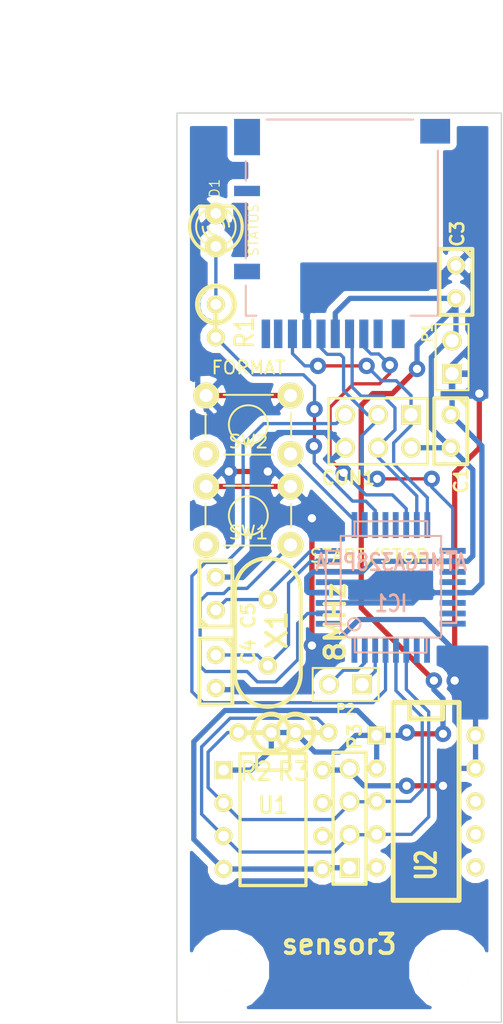
<source format=kicad_pcb>
(kicad_pcb (version 3) (host pcbnew "(2013-07-07 BZR 4022)-stable")

  (general
    (links 59)
    (no_connects 0)
    (area 46.571431 33.650001 88.933755 112.050001)
    (thickness 1.6)
    (drawings 7)
    (tracks 306)
    (zones 0)
    (modules 21)
    (nets 18)
  )

  (page A3)
  (title_block 
    (title sensor3)
    (rev A)
  )

  (layers
    (15 F.Cu signal)
    (0 B.Cu signal)
    (16 B.Adhes user)
    (17 F.Adhes user)
    (18 B.Paste user)
    (19 F.Paste user)
    (20 B.SilkS user)
    (21 F.SilkS user hide)
    (22 B.Mask user)
    (23 F.Mask user)
    (24 Dwgs.User user)
    (25 Cmts.User user)
    (26 Eco1.User user)
    (27 Eco2.User user)
    (28 Edge.Cuts user)
  )

  (setup
    (last_trace_width 0.254)
    (trace_clearance 0.2032)
    (zone_clearance 0.508)
    (zone_45_only no)
    (trace_min 0.2032)
    (segment_width 0.2)
    (edge_width 0.1)
    (via_size 1.27)
    (via_drill 0.635)
    (via_min_size 0.889)
    (via_min_drill 0.6096)
    (uvia_size 0.508)
    (uvia_drill 0.127)
    (uvias_allowed no)
    (uvia_min_size 0.508)
    (uvia_min_drill 0.127)
    (pcb_text_width 0.3)
    (pcb_text_size 1.5 1.5)
    (mod_edge_width 0.15)
    (mod_text_size 1 1)
    (mod_text_width 0.15)
    (pad_size 3.2 3.2)
    (pad_drill 3.2)
    (pad_to_mask_clearance 0)
    (aux_axis_origin 60 112)
    (visible_elements 7FFFFFFF)
    (pcbplotparams
      (layerselection 284196865)
      (usegerberextensions true)
      (excludeedgelayer true)
      (linewidth 0.150000)
      (plotframeref false)
      (viasonmask true)
      (mode 1)
      (useauxorigin false)
      (hpglpennumber 1)
      (hpglpenspeed 20)
      (hpglpendiameter 15)
      (hpglpenoverlay 2)
      (psnegative false)
      (psa4output false)
      (plotreference true)
      (plotvalue false)
      (plotothertext false)
      (plotinvisibletext false)
      (padsonsilk false)
      (subtractmaskfromsilk true)
      (outputformat 1)
      (mirror false)
      (drillshape 0)
      (scaleselection 1)
      (outputdirectory gerber/))
  )

  (net 0 "")
  (net 1 "/3.3 RX")
  (net 2 "/3.3 TX")
  (net 3 /FORMAT)
  (net 4 /SCL)
  (net 5 /SDA)
  (net 6 /START/STOP)
  (net 7 GND)
  (net 8 N-0000010)
  (net 9 N-0000028)
  (net 10 N-0000029)
  (net 11 N-0000036)
  (net 12 N-0000037)
  (net 13 N-0000038)
  (net 14 N-0000039)
  (net 15 N-0000040)
  (net 16 N-0000041)
  (net 17 VCC)

  (net_class Default "これは標準のネット クラスです。"
    (clearance 0.2032)
    (trace_width 0.254)
    (via_dia 1.27)
    (via_drill 0.635)
    (uvia_dia 0.508)
    (uvia_drill 0.127)
    (add_net "")
    (add_net "/3.3 RX")
    (add_net "/3.3 TX")
    (add_net /FORMAT)
    (add_net /SCL)
    (add_net /SDA)
    (add_net /START/STOP)
    (add_net N-0000010)
    (add_net N-0000028)
    (add_net N-0000029)
    (add_net N-0000036)
    (add_net N-0000037)
    (add_net N-0000038)
    (add_net N-0000039)
    (add_net N-0000040)
    (add_net N-0000041)
  )

  (net_class Bold ""
    (clearance 0.2032)
    (trace_width 0.4064)
    (via_dia 1.27)
    (via_drill 0.635)
    (uvia_dia 0.508)
    (uvia_drill 0.127)
    (add_net GND)
    (add_net VCC)
  )

  (module TQFP32 (layer B.Cu) (tedit 43A670DA) (tstamp 54BA6752)
    (at 76.5 78.5)
    (path /54B781D3)
    (fp_text reference IC1 (at 0 1.27) (layer B.SilkS)
      (effects (font (size 1.27 1.016) (thickness 0.2032)) (justify mirror))
    )
    (fp_text value ATMEGA328P-A (at 0 -1.905) (layer B.SilkS)
      (effects (font (size 1.27 1.016) (thickness 0.2032)) (justify mirror))
    )
    (fp_line (start 5.0292 -2.7686) (end 3.8862 -2.7686) (layer B.SilkS) (width 0.1524))
    (fp_line (start 5.0292 2.7686) (end 3.9116 2.7686) (layer B.SilkS) (width 0.1524))
    (fp_line (start 5.0292 -2.7686) (end 5.0292 2.7686) (layer B.SilkS) (width 0.1524))
    (fp_line (start 2.794 -3.9624) (end 2.794 -5.0546) (layer B.SilkS) (width 0.1524))
    (fp_line (start -2.8194 -3.9878) (end -2.8194 -5.0546) (layer B.SilkS) (width 0.1524))
    (fp_line (start -2.8448 -5.0546) (end 2.794 -5.08) (layer B.SilkS) (width 0.1524))
    (fp_line (start -2.794 5.0292) (end 2.7178 5.0546) (layer B.SilkS) (width 0.1524))
    (fp_line (start -3.8862 3.2766) (end -3.8862 -3.9116) (layer B.SilkS) (width 0.1524))
    (fp_line (start 2.7432 5.0292) (end 2.7432 3.9878) (layer B.SilkS) (width 0.1524))
    (fp_line (start -3.2512 3.8862) (end 3.81 3.8862) (layer B.SilkS) (width 0.1524))
    (fp_line (start 3.8608 -3.937) (end 3.8608 3.7846) (layer B.SilkS) (width 0.1524))
    (fp_line (start -3.8862 -3.937) (end 3.7338 -3.937) (layer B.SilkS) (width 0.1524))
    (fp_line (start -5.0292 2.8448) (end -5.0292 -2.794) (layer B.SilkS) (width 0.1524))
    (fp_line (start -5.0292 -2.794) (end -3.8862 -2.794) (layer B.SilkS) (width 0.1524))
    (fp_line (start -3.87604 3.302) (end -3.29184 3.8862) (layer B.SilkS) (width 0.1524))
    (fp_line (start -5.02412 2.8448) (end -3.87604 2.8448) (layer B.SilkS) (width 0.1524))
    (fp_line (start -2.794 3.8862) (end -2.794 5.03428) (layer B.SilkS) (width 0.1524))
    (fp_circle (center -2.83972 2.86004) (end -2.43332 2.60604) (layer B.SilkS) (width 0.1524))
    (pad 8 smd rect (at -4.81584 -2.77622) (size 1.99898 0.44958)
      (layers B.Cu B.Paste B.Mask)
      (net 11 N-0000036)
    )
    (pad 7 smd rect (at -4.81584 -1.97612) (size 1.99898 0.44958)
      (layers B.Cu B.Paste B.Mask)
      (net 12 N-0000037)
    )
    (pad 6 smd rect (at -4.81584 -1.17602) (size 1.99898 0.44958)
      (layers B.Cu B.Paste B.Mask)
      (net 17 VCC)
    )
    (pad 5 smd rect (at -4.81584 -0.37592) (size 1.99898 0.44958)
      (layers B.Cu B.Paste B.Mask)
      (net 7 GND)
    )
    (pad 4 smd rect (at -4.81584 0.42418) (size 1.99898 0.44958)
      (layers B.Cu B.Paste B.Mask)
      (net 17 VCC)
    )
    (pad 3 smd rect (at -4.81584 1.22428) (size 1.99898 0.44958)
      (layers B.Cu B.Paste B.Mask)
      (net 7 GND)
    )
    (pad 2 smd rect (at -4.81584 2.02438) (size 1.99898 0.44958)
      (layers B.Cu B.Paste B.Mask)
      (net 6 /START/STOP)
    )
    (pad 1 smd rect (at -4.81584 2.82448) (size 1.99898 0.44958)
      (layers B.Cu B.Paste B.Mask)
    )
    (pad 24 smd rect (at 4.7498 2.8194) (size 1.99898 0.44958)
      (layers B.Cu B.Paste B.Mask)
    )
    (pad 17 smd rect (at 4.7498 -2.794) (size 1.99898 0.44958)
      (layers B.Cu B.Paste B.Mask)
      (net 16 N-0000041)
    )
    (pad 18 smd rect (at 4.7498 -1.9812) (size 1.99898 0.44958)
      (layers B.Cu B.Paste B.Mask)
      (net 17 VCC)
    )
    (pad 19 smd rect (at 4.7498 -1.1684) (size 1.99898 0.44958)
      (layers B.Cu B.Paste B.Mask)
    )
    (pad 20 smd rect (at 4.7498 -0.381) (size 1.99898 0.44958)
      (layers B.Cu B.Paste B.Mask)
    )
    (pad 21 smd rect (at 4.7498 0.4318) (size 1.99898 0.44958)
      (layers B.Cu B.Paste B.Mask)
      (net 7 GND)
    )
    (pad 22 smd rect (at 4.7498 1.2192) (size 1.99898 0.44958)
      (layers B.Cu B.Paste B.Mask)
    )
    (pad 23 smd rect (at 4.7498 2.032) (size 1.99898 0.44958)
      (layers B.Cu B.Paste B.Mask)
    )
    (pad 32 smd rect (at -2.82448 4.826) (size 0.44958 1.99898)
      (layers B.Cu B.Paste B.Mask)
    )
    (pad 31 smd rect (at -2.02692 4.826) (size 0.44958 1.99898)
      (layers B.Cu B.Paste B.Mask)
      (net 2 "/3.3 TX")
    )
    (pad 30 smd rect (at -1.22428 4.826) (size 0.44958 1.99898)
      (layers B.Cu B.Paste B.Mask)
      (net 1 "/3.3 RX")
    )
    (pad 29 smd rect (at -0.42672 4.826) (size 0.44958 1.99898)
      (layers B.Cu B.Paste B.Mask)
      (net 13 N-0000038)
    )
    (pad 28 smd rect (at 0.37592 4.826) (size 0.44958 1.99898)
      (layers B.Cu B.Paste B.Mask)
      (net 4 /SCL)
    )
    (pad 27 smd rect (at 1.17348 4.826) (size 0.44958 1.99898)
      (layers B.Cu B.Paste B.Mask)
      (net 5 /SDA)
    )
    (pad 26 smd rect (at 1.97612 4.826) (size 0.44958 1.99898)
      (layers B.Cu B.Paste B.Mask)
    )
    (pad 25 smd rect (at 2.77368 4.826) (size 0.44958 1.99898)
      (layers B.Cu B.Paste B.Mask)
    )
    (pad 9 smd rect (at -2.8194 -4.7752) (size 0.44958 1.99898)
      (layers B.Cu B.Paste B.Mask)
      (net 3 /FORMAT)
    )
    (pad 10 smd rect (at -2.032 -4.7752) (size 0.44958 1.99898)
      (layers B.Cu B.Paste B.Mask)
    )
    (pad 11 smd rect (at -1.2192 -4.7752) (size 0.44958 1.99898)
      (layers B.Cu B.Paste B.Mask)
      (net 9 N-0000028)
    )
    (pad 12 smd rect (at -0.4318 -4.7752) (size 0.44958 1.99898)
      (layers B.Cu B.Paste B.Mask)
    )
    (pad 13 smd rect (at 0.3556 -4.7752) (size 0.44958 1.99898)
      (layers B.Cu B.Paste B.Mask)
    )
    (pad 14 smd rect (at 1.1684 -4.7752) (size 0.44958 1.99898)
      (layers B.Cu B.Paste B.Mask)
      (net 8 N-0000010)
    )
    (pad 15 smd rect (at 1.9812 -4.7752) (size 0.44958 1.99898)
      (layers B.Cu B.Paste B.Mask)
      (net 14 N-0000039)
    )
    (pad 16 smd rect (at 2.794 -4.7752) (size 0.44958 1.99898)
      (layers B.Cu B.Paste B.Mask)
      (net 15 N-0000040)
    )
    (model smd/tqfp32.wrl
      (at (xyz 0 0 0))
      (scale (xyz 1 1 1))
      (rotate (xyz 0 0 0))
    )
  )

  (module pin_array_3x2 (layer F.Cu) (tedit 54BBB8E4) (tstamp 54BA678A)
    (at 75.5 66.5 180)
    (descr "Double rangee de contacts 2 x 4 pins")
    (tags CONN)
    (path /54B782A6)
    (fp_text reference CON1 (at 2.3 -3.6 180) (layer F.SilkS)
      (effects (font (size 1.016 1.016) (thickness 0.2032)))
    )
    (fp_text value AVR-ISP-6 (at 0 3.81 180) (layer F.SilkS) hide
      (effects (font (size 1.016 1.016) (thickness 0.2032)))
    )
    (fp_line (start 3.81 2.54) (end -3.81 2.54) (layer F.SilkS) (width 0.2032))
    (fp_line (start -3.81 -2.54) (end 3.81 -2.54) (layer F.SilkS) (width 0.2032))
    (fp_line (start 3.81 -2.54) (end 3.81 2.54) (layer F.SilkS) (width 0.2032))
    (fp_line (start -3.81 2.54) (end -3.81 -2.54) (layer F.SilkS) (width 0.2032))
    (pad 1 thru_hole rect (at -2.54 1.27 180) (size 1.524 1.524) (drill 1.016)
      (layers *.Cu *.Mask F.SilkS)
      (net 15 N-0000040)
    )
    (pad 2 thru_hole circle (at -2.54 -1.27 180) (size 1.524 1.524) (drill 1.016)
      (layers *.Cu *.Mask F.SilkS)
      (net 17 VCC)
    )
    (pad 3 thru_hole circle (at 0 1.27 180) (size 1.524 1.524) (drill 1.016)
      (layers *.Cu *.Mask F.SilkS)
      (net 16 N-0000041)
    )
    (pad 4 thru_hole circle (at 0 -1.27 180) (size 1.524 1.524) (drill 1.016)
      (layers *.Cu *.Mask F.SilkS)
      (net 14 N-0000039)
    )
    (pad 5 thru_hole circle (at 2.54 1.27 180) (size 1.524 1.524) (drill 1.016)
      (layers *.Cu *.Mask F.SilkS)
      (net 13 N-0000038)
    )
    (pad 6 thru_hole circle (at 2.54 -1.27 180) (size 1.524 1.524) (drill 1.016)
      (layers *.Cu *.Mask F.SilkS)
      (net 7 GND)
    )
    (model pin_array/pins_array_3x2.wrl
      (at (xyz 0 0 0))
      (scale (xyz 1 1 1))
      (rotate (xyz 0 0 0))
    )
  )

  (module PIN_ARRAY_2X1 (layer F.Cu) (tedit 54BBB8D3) (tstamp 54BA67AC)
    (at 81.2 60.8 90)
    (descr "Connecteurs 2 pins")
    (tags "CONN DEV")
    (path /54B7A1FD)
    (fp_text reference P1 (at 1.9 -1.9 90) (layer F.SilkS)
      (effects (font (size 0.762 0.762) (thickness 0.1524)))
    )
    (fp_text value POWER (at 0 -1.905 90) (layer F.SilkS) hide
      (effects (font (size 0.762 0.762) (thickness 0.1524)))
    )
    (fp_line (start -2.54 1.27) (end -2.54 -1.27) (layer F.SilkS) (width 0.1524))
    (fp_line (start -2.54 -1.27) (end 2.54 -1.27) (layer F.SilkS) (width 0.1524))
    (fp_line (start 2.54 -1.27) (end 2.54 1.27) (layer F.SilkS) (width 0.1524))
    (fp_line (start 2.54 1.27) (end -2.54 1.27) (layer F.SilkS) (width 0.1524))
    (pad 1 thru_hole rect (at -1.27 0 90) (size 1.524 1.524) (drill 1.016)
      (layers *.Cu *.Mask F.SilkS)
      (net 7 GND)
    )
    (pad 2 thru_hole circle (at 1.27 0 90) (size 1.524 1.524) (drill 1.016)
      (layers *.Cu *.Mask F.SilkS)
      (net 17 VCC)
    )
    (model pin_array/pins_array_2x1.wrl
      (at (xyz 0 0 0))
      (scale (xyz 1 1 1))
      (rotate (xyz 0 0 0))
    )
  )

  (module LED-3MM (layer F.Cu) (tedit 54BBB912) (tstamp 54BA67CE)
    (at 63 51 90)
    (descr "LED 3mm - Lead pitch 100mil (2,54mm)")
    (tags "LED led 3mm 3MM 100mil 2,54mm")
    (path /54B78356)
    (fp_text reference D1 (at 3.2 -0.1 90) (layer F.SilkS)
      (effects (font (size 0.762 0.762) (thickness 0.0889)))
    )
    (fp_text value STATUS (at 0 2.9 90) (layer F.SilkS)
      (effects (font (size 0.762 0.762) (thickness 0.0889)))
    )
    (fp_line (start 1.8288 1.27) (end 1.8288 -1.27) (layer F.SilkS) (width 0.254))
    (fp_arc (start 0.254 0) (end -1.27 0) (angle 39.8) (layer F.SilkS) (width 0.1524))
    (fp_arc (start 0.254 0) (end -0.88392 1.01092) (angle 41.6) (layer F.SilkS) (width 0.1524))
    (fp_arc (start 0.254 0) (end 1.4097 -0.9906) (angle 40.6) (layer F.SilkS) (width 0.1524))
    (fp_arc (start 0.254 0) (end 1.778 0) (angle 39.8) (layer F.SilkS) (width 0.1524))
    (fp_arc (start 0.254 0) (end 0.254 -1.524) (angle 54.4) (layer F.SilkS) (width 0.1524))
    (fp_arc (start 0.254 0) (end -0.9652 -0.9144) (angle 53.1) (layer F.SilkS) (width 0.1524))
    (fp_arc (start 0.254 0) (end 1.45542 0.93472) (angle 52.1) (layer F.SilkS) (width 0.1524))
    (fp_arc (start 0.254 0) (end 0.254 1.524) (angle 52.1) (layer F.SilkS) (width 0.1524))
    (fp_arc (start 0.254 0) (end -0.381 0) (angle 90) (layer F.SilkS) (width 0.1524))
    (fp_arc (start 0.254 0) (end -0.762 0) (angle 90) (layer F.SilkS) (width 0.1524))
    (fp_arc (start 0.254 0) (end 0.889 0) (angle 90) (layer F.SilkS) (width 0.1524))
    (fp_arc (start 0.254 0) (end 1.27 0) (angle 90) (layer F.SilkS) (width 0.1524))
    (fp_arc (start 0.254 0) (end 0.254 -2.032) (angle 50.1) (layer F.SilkS) (width 0.254))
    (fp_arc (start 0.254 0) (end -1.5367 -0.95504) (angle 61.9) (layer F.SilkS) (width 0.254))
    (fp_arc (start 0.254 0) (end 1.8034 1.31064) (angle 49.7) (layer F.SilkS) (width 0.254))
    (fp_arc (start 0.254 0) (end 0.254 2.032) (angle 60.2) (layer F.SilkS) (width 0.254))
    (fp_arc (start 0.254 0) (end -1.778 0) (angle 28.3) (layer F.SilkS) (width 0.254))
    (fp_arc (start 0.254 0) (end -1.47574 1.06426) (angle 31.6) (layer F.SilkS) (width 0.254))
    (pad 1 thru_hole circle (at -1.27 0 90) (size 1.6764 1.6764) (drill 0.8128)
      (layers *.Cu *.Mask F.SilkS)
      (net 10 N-0000029)
    )
    (pad 2 thru_hole circle (at 1.27 0 90) (size 1.6764 1.6764) (drill 0.8128)
      (layers *.Cu *.Mask F.SilkS)
      (net 7 GND)
    )
    (model discret/leds/led3_vertical_verde.wrl
      (at (xyz 0 0 0))
      (scale (xyz 1 1 1))
      (rotate (xyz 0 0 0))
    )
  )

  (module HC-49V (layer F.Cu) (tedit 54BBB960) (tstamp 54BA67DA)
    (at 67 82 270)
    (descr "Quartz boitier HC-49 Vertical")
    (tags "QUARTZ DEV")
    (path /54B787D8)
    (autoplace_cost180 10)
    (fp_text reference X1 (at -0.2 -0.7 270) (layer F.SilkS)
      (effects (font (size 1.524 1.524) (thickness 0.3048)))
    )
    (fp_text value 8MHz (at -0.8 -5.2 270) (layer F.SilkS)
      (effects (font (size 1.524 1.524) (thickness 0.3048)))
    )
    (fp_line (start -3.175 2.54) (end 3.175 2.54) (layer F.SilkS) (width 0.3175))
    (fp_line (start -3.175 -2.54) (end 3.175 -2.54) (layer F.SilkS) (width 0.3175))
    (fp_arc (start 3.175 0) (end 3.175 -2.54) (angle 90) (layer F.SilkS) (width 0.3175))
    (fp_arc (start 3.175 0) (end 5.715 0) (angle 90) (layer F.SilkS) (width 0.3175))
    (fp_arc (start -3.175 0) (end -5.715 0) (angle 90) (layer F.SilkS) (width 0.3175))
    (fp_arc (start -3.175 0) (end -3.175 2.54) (angle 90) (layer F.SilkS) (width 0.3175))
    (pad 1 thru_hole circle (at -2.54 0 270) (size 1.4224 1.4224) (drill 0.762)
      (layers *.Cu *.Mask F.SilkS)
      (net 11 N-0000036)
    )
    (pad 2 thru_hole circle (at 2.54 0 270) (size 1.4224 1.4224) (drill 0.762)
      (layers *.Cu *.Mask F.SilkS)
      (net 12 N-0000037)
    )
    (model discret/xtal/crystal_hc18u_vertical.wrl
      (at (xyz 0 0 0))
      (scale (xyz 1 1 0.2))
      (rotate (xyz 0 0 0))
    )
  )

  (module DM3AT-SF-PEJM5 (layer B.Cu) (tedit 54BBB91D) (tstamp 54BA67F3)
    (at 75.5 58.5)
    (path /54B78A88)
    (fp_text reference CON2 (at -2.3 -6.7) (layer B.SilkS) hide
      (effects (font (size 2 2) (thickness 0.15)) (justify mirror))
    )
    (fp_text value DM3AT-SF-PEJM5 (at -2.4 -9.6) (layer B.SilkS) hide
      (effects (font (size 2 2) (thickness 0.15)) (justify mirror))
    )
    (fp_line (start -8.6 -16) (end 2.7 -16) (layer B.SilkS) (width 0.15))
    (fp_line (start -10.2 -11.3) (end -10.2 -12.8) (layer B.SilkS) (width 0.15))
    (fp_line (start -10.2 -5.3) (end -10.2 -9.6) (layer B.SilkS) (width 0.15))
    (fp_line (start -9.4 -0.9) (end -10.2 -0.9) (layer B.SilkS) (width 0.15))
    (fp_line (start -10.2 -0.9) (end -10.2 -3.2) (layer B.SilkS) (width 0.15))
    (fp_line (start 4.6 -13.6) (end 4.6 -0.9) (layer B.SilkS) (width 0.15))
    (fp_line (start 4.6 -0.9) (end 2.5 -0.9) (layer B.SilkS) (width 0.15))
    (pad "" smd rect (at 1.55 0.5) (size 1 2.2)
      (layers B.Cu B.Paste B.Mask)
    )
    (pad 1 smd rect (at 0 0.5) (size 0.7 2.2)
      (layers B.Cu B.Paste B.Mask)
    )
    (pad 2 smd rect (at -1.1 0.5) (size 0.7 2.2)
      (layers B.Cu B.Paste B.Mask)
      (net 8 N-0000010)
    )
    (pad 3 smd rect (at -2.2 0.5) (size 0.7 2.2)
      (layers B.Cu B.Paste B.Mask)
      (net 14 N-0000039)
    )
    (pad 4 smd rect (at -3.3 0.5) (size 0.7 2.2)
      (layers B.Cu B.Paste B.Mask)
      (net 17 VCC)
    )
    (pad 5 smd rect (at -4.4 0.5) (size 0.7 2.2)
      (layers B.Cu B.Paste B.Mask)
      (net 16 N-0000041)
    )
    (pad 6 smd rect (at -5.5 0.5) (size 0.7 2.2)
      (layers B.Cu B.Paste B.Mask)
      (net 7 GND)
    )
    (pad 7 smd rect (at -6.6 0.5) (size 0.7 2.2)
      (layers B.Cu B.Paste B.Mask)
      (net 15 N-0000040)
    )
    (pad 8 smd rect (at -7.7 0.5) (size 0.65 2.2)
      (layers B.Cu B.Paste B.Mask)
    )
    (pad 9 smd rect (at -8.65 0.5) (size 0.65 2.2)
      (layers B.Cu B.Paste B.Mask)
    )
    (pad "" smd rect (at -10.1 -4.3) (size 2 1.2)
      (layers B.Cu B.Paste B.Mask)
    )
    (pad 10 smd rect (at -10.1 -10.5) (size 2 0.8)
      (layers B.Cu B.Paste B.Mask)
    )
    (pad "" smd rect (at -10.1 -14.65) (size 2 2.8)
      (layers B.Cu B.Paste B.Mask)
    )
    (pad "" smd rect (at 4.4 -15.1) (size 2.3 1.9)
      (layers B.Cu B.Paste B.Mask)
    )
  )

  (module DIP-8__300 (layer F.Cu) (tedit 54BBB98B) (tstamp 54BA6806)
    (at 67.4 96.4 270)
    (descr "8 pins DIL package, round pads")
    (tags DIL)
    (path /54B78D53)
    (fp_text reference U1 (at -1.1 0 360) (layer F.SilkS)
      (effects (font (size 1.27 1.143) (thickness 0.2032)))
    )
    (fp_text value AE-LPS331AP (at 0 0 360) (layer F.SilkS) hide
      (effects (font (size 1.27 1.016) (thickness 0.2032)))
    )
    (fp_line (start -5.08 -1.27) (end -3.81 -1.27) (layer F.SilkS) (width 0.254))
    (fp_line (start -3.81 -1.27) (end -3.81 1.27) (layer F.SilkS) (width 0.254))
    (fp_line (start -3.81 1.27) (end -5.08 1.27) (layer F.SilkS) (width 0.254))
    (fp_line (start -5.08 -2.54) (end 5.08 -2.54) (layer F.SilkS) (width 0.254))
    (fp_line (start 5.08 -2.54) (end 5.08 2.54) (layer F.SilkS) (width 0.254))
    (fp_line (start 5.08 2.54) (end -5.08 2.54) (layer F.SilkS) (width 0.254))
    (fp_line (start -5.08 2.54) (end -5.08 -2.54) (layer F.SilkS) (width 0.254))
    (pad 1 thru_hole rect (at -3.81 3.81 270) (size 1.397 1.397) (drill 0.8128)
      (layers *.Cu *.Mask F.SilkS)
      (net 17 VCC)
    )
    (pad 2 thru_hole circle (at -1.27 3.81 270) (size 1.397 1.397) (drill 0.8128)
      (layers *.Cu *.Mask F.SilkS)
      (net 4 /SCL)
    )
    (pad 3 thru_hole circle (at 1.27 3.81 270) (size 1.397 1.397) (drill 0.8128)
      (layers *.Cu *.Mask F.SilkS)
      (net 5 /SDA)
    )
    (pad 4 thru_hole circle (at 3.81 3.81 270) (size 1.397 1.397) (drill 0.8128)
      (layers *.Cu *.Mask F.SilkS)
      (net 17 VCC)
    )
    (pad 5 thru_hole circle (at 3.81 -3.81 270) (size 1.397 1.397) (drill 0.8128)
      (layers *.Cu *.Mask F.SilkS)
      (net 17 VCC)
    )
    (pad 6 thru_hole circle (at 1.27 -3.81 270) (size 1.397 1.397) (drill 0.8128)
      (layers *.Cu *.Mask F.SilkS)
    )
    (pad 7 thru_hole circle (at -1.27 -3.81 270) (size 1.397 1.397) (drill 0.8128)
      (layers *.Cu *.Mask F.SilkS)
    )
    (pad 8 thru_hole circle (at -3.81 -3.81 270) (size 1.397 1.397) (drill 0.8128)
      (layers *.Cu *.Mask F.SilkS)
      (net 7 GND)
    )
    (model dil/dil_8.wrl
      (at (xyz 0 0 0))
      (scale (xyz 1 1 1))
      (rotate (xyz 0 0 0))
    )
  )

  (module DIP-10__300 (layer F.Cu) (tedit 54BBB985) (tstamp 54BA681B)
    (at 79.2 95 270)
    (descr "10 pins DIL package, round pads")
    (tags DIL)
    (path /54B78A98)
    (fp_text reference U2 (at 4.9 0 270) (layer F.SilkS)
      (effects (font (size 1.524 1.143) (thickness 0.3048)))
    )
    (fp_text value SL-MPU9150 (at 0 1.27 270) (layer F.SilkS) hide
      (effects (font (size 1.524 1.143) (thickness 0.28575)))
    )
    (fp_line (start -7.62 2.54) (end 7.62 2.54) (layer F.SilkS) (width 0.381))
    (fp_line (start 7.62 2.54) (end 7.62 -2.54) (layer F.SilkS) (width 0.381))
    (fp_line (start 7.62 -2.54) (end -7.62 -2.54) (layer F.SilkS) (width 0.381))
    (fp_line (start -7.62 -1.27) (end -6.35 -1.27) (layer F.SilkS) (width 0.381))
    (fp_line (start -6.35 -1.27) (end -6.35 1.27) (layer F.SilkS) (width 0.381))
    (fp_line (start -6.35 1.27) (end -7.62 1.27) (layer F.SilkS) (width 0.381))
    (fp_line (start -7.62 -2.54) (end -7.62 2.54) (layer F.SilkS) (width 0.381))
    (pad 1 thru_hole rect (at -5.08 3.81 270) (size 1.397 1.397) (drill 0.8128)
      (layers *.Cu *.Mask F.SilkS)
      (net 17 VCC)
    )
    (pad 2 thru_hole circle (at -2.54 3.81 270) (size 1.397 1.397) (drill 0.8128)
      (layers *.Cu *.Mask F.SilkS)
      (net 17 VCC)
    )
    (pad 3 thru_hole circle (at 0 3.81 270) (size 1.397 1.397) (drill 0.8128)
      (layers *.Cu *.Mask F.SilkS)
      (net 4 /SCL)
    )
    (pad 4 thru_hole circle (at 2.54 3.81 270) (size 1.397 1.397) (drill 0.8128)
      (layers *.Cu *.Mask F.SilkS)
      (net 5 /SDA)
    )
    (pad 5 thru_hole circle (at 5.08 3.81 270) (size 1.397 1.397) (drill 0.8128)
      (layers *.Cu *.Mask F.SilkS)
    )
    (pad 6 thru_hole circle (at 5.08 -3.81 270) (size 1.397 1.397) (drill 0.8128)
      (layers *.Cu *.Mask F.SilkS)
    )
    (pad 7 thru_hole circle (at 2.54 -3.81 270) (size 1.397 1.397) (drill 0.8128)
      (layers *.Cu *.Mask F.SilkS)
    )
    (pad 8 thru_hole circle (at 0 -3.81 270) (size 1.397 1.397) (drill 0.8128)
      (layers *.Cu *.Mask F.SilkS)
    )
    (pad 9 thru_hole circle (at -2.54 -3.81 270) (size 1.397 1.397) (drill 0.8128)
      (layers *.Cu *.Mask F.SilkS)
      (net 7 GND)
    )
    (pad 10 thru_hole circle (at -5.08 -3.81 270) (size 1.397 1.397) (drill 0.8128)
      (layers *.Cu *.Mask F.SilkS)
      (net 7 GND)
    )
    (model dil/dil_10.wrl
      (at (xyz 0 0 0))
      (scale (xyz 1 1 1))
      (rotate (xyz 0 0 0))
    )
  )

  (module C1 (layer F.Cu) (tedit 54BBB969) (tstamp 54BA6831)
    (at 63 85 270)
    (descr "Condensateur e = 1 pas")
    (tags C)
    (path /54B787F8)
    (fp_text reference C4 (at -1.5 -2.5 270) (layer F.SilkS)
      (effects (font (size 1.016 1.016) (thickness 0.2032)))
    )
    (fp_text value 22p (at 0 -2.286 270) (layer F.SilkS) hide
      (effects (font (size 1.016 1.016) (thickness 0.2032)))
    )
    (fp_line (start -2.4892 -1.27) (end 2.54 -1.27) (layer F.SilkS) (width 0.3048))
    (fp_line (start 2.54 -1.27) (end 2.54 1.27) (layer F.SilkS) (width 0.3048))
    (fp_line (start 2.54 1.27) (end -2.54 1.27) (layer F.SilkS) (width 0.3048))
    (fp_line (start -2.54 1.27) (end -2.54 -1.27) (layer F.SilkS) (width 0.3048))
    (fp_line (start -2.54 -0.635) (end -1.905 -1.27) (layer F.SilkS) (width 0.3048))
    (pad 1 thru_hole circle (at -1.27 0 270) (size 1.397 1.397) (drill 0.8128)
      (layers *.Cu *.Mask F.SilkS)
      (net 12 N-0000037)
    )
    (pad 2 thru_hole circle (at 1.27 0 270) (size 1.397 1.397) (drill 0.8128)
      (layers *.Cu *.Mask F.SilkS)
      (net 7 GND)
    )
    (model discret/capa_1_pas.wrl
      (at (xyz 0 0 0))
      (scale (xyz 1 1 1))
      (rotate (xyz 0 0 0))
    )
  )

  (module C1 (layer F.Cu) (tedit 54BBB96C) (tstamp 54BA683C)
    (at 63 79 90)
    (descr "Condensateur e = 1 pas")
    (tags C)
    (path /54B787E9)
    (fp_text reference C5 (at -1.7 2.5 90) (layer F.SilkS)
      (effects (font (size 1.016 1.016) (thickness 0.2032)))
    )
    (fp_text value 22p (at 0 -2.286 90) (layer F.SilkS) hide
      (effects (font (size 1.016 1.016) (thickness 0.2032)))
    )
    (fp_line (start -2.4892 -1.27) (end 2.54 -1.27) (layer F.SilkS) (width 0.3048))
    (fp_line (start 2.54 -1.27) (end 2.54 1.27) (layer F.SilkS) (width 0.3048))
    (fp_line (start 2.54 1.27) (end -2.54 1.27) (layer F.SilkS) (width 0.3048))
    (fp_line (start -2.54 1.27) (end -2.54 -1.27) (layer F.SilkS) (width 0.3048))
    (fp_line (start -2.54 -0.635) (end -1.905 -1.27) (layer F.SilkS) (width 0.3048))
    (pad 1 thru_hole circle (at -1.27 0 90) (size 1.397 1.397) (drill 0.8128)
      (layers *.Cu *.Mask F.SilkS)
      (net 11 N-0000036)
    )
    (pad 2 thru_hole circle (at 1.27 0 90) (size 1.397 1.397) (drill 0.8128)
      (layers *.Cu *.Mask F.SilkS)
      (net 7 GND)
    )
    (model discret/capa_1_pas.wrl
      (at (xyz 0 0 0))
      (scale (xyz 1 1 1))
      (rotate (xyz 0 0 0))
    )
  )

  (module C1 (layer F.Cu) (tedit 54BBB8DC) (tstamp 54BA6847)
    (at 81.1 66.5 270)
    (descr "Condensateur e = 1 pas")
    (tags C)
    (path /54B7B076)
    (fp_text reference C1 (at 3.8 -0.8 270) (layer F.SilkS)
      (effects (font (size 1.016 1.016) (thickness 0.2032)))
    )
    (fp_text value 0.1u (at 0 -2.286 270) (layer F.SilkS) hide
      (effects (font (size 1.016 1.016) (thickness 0.2032)))
    )
    (fp_line (start -2.4892 -1.27) (end 2.54 -1.27) (layer F.SilkS) (width 0.3048))
    (fp_line (start 2.54 -1.27) (end 2.54 1.27) (layer F.SilkS) (width 0.3048))
    (fp_line (start 2.54 1.27) (end -2.54 1.27) (layer F.SilkS) (width 0.3048))
    (fp_line (start -2.54 1.27) (end -2.54 -1.27) (layer F.SilkS) (width 0.3048))
    (fp_line (start -2.54 -0.635) (end -1.905 -1.27) (layer F.SilkS) (width 0.3048))
    (pad 1 thru_hole circle (at -1.27 0 270) (size 1.397 1.397) (drill 0.8128)
      (layers *.Cu *.Mask F.SilkS)
      (net 7 GND)
    )
    (pad 2 thru_hole circle (at 1.27 0 270) (size 1.397 1.397) (drill 0.8128)
      (layers *.Cu *.Mask F.SilkS)
      (net 17 VCC)
    )
    (model discret/capa_1_pas.wrl
      (at (xyz 0 0 0))
      (scale (xyz 1 1 1))
      (rotate (xyz 0 0 0))
    )
  )

  (module C1 (layer F.Cu) (tedit 54BBB8CC) (tstamp 54BA6852)
    (at 81.5 55 270)
    (descr "Condensateur e = 1 pas")
    (tags C)
    (path /54B7B748)
    (fp_text reference C3 (at -3.7 -0.1 270) (layer F.SilkS)
      (effects (font (size 1.016 1.016) (thickness 0.2032)))
    )
    (fp_text value 0.1u (at 0 -2.286 270) (layer F.SilkS) hide
      (effects (font (size 1.016 1.016) (thickness 0.2032)))
    )
    (fp_line (start -2.4892 -1.27) (end 2.54 -1.27) (layer F.SilkS) (width 0.3048))
    (fp_line (start 2.54 -1.27) (end 2.54 1.27) (layer F.SilkS) (width 0.3048))
    (fp_line (start 2.54 1.27) (end -2.54 1.27) (layer F.SilkS) (width 0.3048))
    (fp_line (start -2.54 1.27) (end -2.54 -1.27) (layer F.SilkS) (width 0.3048))
    (fp_line (start -2.54 -0.635) (end -1.905 -1.27) (layer F.SilkS) (width 0.3048))
    (pad 1 thru_hole circle (at -1.27 0 270) (size 1.397 1.397) (drill 0.8128)
      (layers *.Cu *.Mask F.SilkS)
      (net 7 GND)
    )
    (pad 2 thru_hole circle (at 1.27 0 270) (size 1.397 1.397) (drill 0.8128)
      (layers *.Cu *.Mask F.SilkS)
      (net 17 VCC)
    )
    (model discret/capa_1_pas.wrl
      (at (xyz 0 0 0))
      (scale (xyz 1 1 1))
      (rotate (xyz 0 0 0))
    )
  )

  (module AE-TSW (layer F.Cu) (tedit 54BBB944) (tstamp 54BA685F)
    (at 65.5 73 180)
    (path /54B78D6A)
    (fp_text reference SW1 (at 0 -1.3 180) (layer F.SilkS)
      (effects (font (size 1 1) (thickness 0.15)))
    )
    (fp_text value START/STOP (at -9.3 -3.1 180) (layer F.SilkS)
      (effects (font (size 1 1) (thickness 0.15)))
    )
    (fp_circle (center 0 0) (end 1.5 0) (layer F.SilkS) (width 0.15))
    (fp_line (start -1.9 2.3) (end 1.9 2.3) (layer F.SilkS) (width 0.15))
    (fp_line (start -1.9 -2.3) (end 1.9 -2.3) (layer F.SilkS) (width 0.15))
    (fp_line (start -3.3 -0.9) (end -3.3 0.9) (layer F.SilkS) (width 0.15))
    (fp_line (start 3.3 0.9) (end 3.3 -0.9) (layer F.SilkS) (width 0.15))
    (pad 3 thru_hole circle (at -3.25 2.25 180) (size 2 2) (drill 1)
      (layers *.Cu *.Mask F.SilkS)
      (net 7 GND)
    )
    (pad 1 thru_hole circle (at -3.25 -2.25 180) (size 2 2) (drill 1)
      (layers *.Cu *.Mask F.SilkS)
      (net 6 /START/STOP)
    )
    (pad 2 thru_hole circle (at 3.25 -2.25 180) (size 2 2) (drill 1)
      (layers *.Cu *.Mask F.SilkS)
    )
    (pad 4 thru_hole circle (at 3.25 2.25 180) (size 2 2) (drill 1)
      (layers *.Cu *.Mask F.SilkS)
      (net 7 GND)
    )
  )

  (module AE-TSW (layer F.Cu) (tedit 54BBB90A) (tstamp 54BA686C)
    (at 65.5 66 180)
    (path /54B78A79)
    (fp_text reference SW2 (at 0 -1.3 180) (layer F.SilkS)
      (effects (font (size 1 1) (thickness 0.15)))
    )
    (fp_text value FORMAT (at 0 4.4 180) (layer F.SilkS)
      (effects (font (size 1 1) (thickness 0.15)))
    )
    (fp_circle (center 0 0) (end 1.5 0) (layer F.SilkS) (width 0.15))
    (fp_line (start -1.9 2.3) (end 1.9 2.3) (layer F.SilkS) (width 0.15))
    (fp_line (start -1.9 -2.3) (end 1.9 -2.3) (layer F.SilkS) (width 0.15))
    (fp_line (start -3.3 -0.9) (end -3.3 0.9) (layer F.SilkS) (width 0.15))
    (fp_line (start 3.3 0.9) (end 3.3 -0.9) (layer F.SilkS) (width 0.15))
    (pad 3 thru_hole circle (at -3.25 2.25 180) (size 2 2) (drill 1)
      (layers *.Cu *.Mask F.SilkS)
      (net 7 GND)
    )
    (pad 1 thru_hole circle (at -3.25 -2.25 180) (size 2 2) (drill 1)
      (layers *.Cu *.Mask F.SilkS)
      (net 3 /FORMAT)
    )
    (pad 2 thru_hole circle (at 3.25 -2.25 180) (size 2 2) (drill 1)
      (layers *.Cu *.Mask F.SilkS)
    )
    (pad 4 thru_hole circle (at 3.25 2.25 180) (size 2 2) (drill 1)
      (layers *.Cu *.Mask F.SilkS)
      (net 7 GND)
    )
  )

  (module R1 (layer F.Cu) (tedit 54BBB998) (tstamp 54BA6760)
    (at 66 89.7 180)
    (descr "Resistance verticale")
    (tags R)
    (path /54B78972)
    (autoplace_cost90 10)
    (autoplace_cost180 10)
    (fp_text reference R2 (at -0.1 -3 180) (layer F.SilkS)
      (effects (font (size 1.397 1.27) (thickness 0.2032)))
    )
    (fp_text value 4.7k (at -1.143 2.54 180) (layer F.SilkS) hide
      (effects (font (size 1.397 1.27) (thickness 0.2032)))
    )
    (fp_line (start -1.27 0) (end 1.27 0) (layer F.SilkS) (width 0.381))
    (fp_circle (center -1.27 0) (end -0.635 1.27) (layer F.SilkS) (width 0.381))
    (pad 1 thru_hole circle (at -1.27 0 180) (size 1.397 1.397) (drill 0.8128)
      (layers *.Cu *.Mask F.SilkS)
      (net 17 VCC)
    )
    (pad 2 thru_hole circle (at 1.27 0 180) (size 1.397 1.397) (drill 0.8128)
      (layers *.Cu *.Mask F.SilkS)
      (net 4 /SCL)
    )
    (model discret/verti_resistor.wrl
      (at (xyz 0 0 0))
      (scale (xyz 1 1 1))
      (rotate (xyz 0 0 0))
    )
  )

  (module R1 (layer F.Cu) (tedit 54BBB992) (tstamp 54BA676E)
    (at 70.4 89.7)
    (descr "Resistance verticale")
    (tags R)
    (path /54B78989)
    (autoplace_cost90 10)
    (autoplace_cost180 10)
    (fp_text reference R3 (at -1.4 3) (layer F.SilkS)
      (effects (font (size 1.397 1.27) (thickness 0.2032)))
    )
    (fp_text value 4.7k (at -1.143 2.54) (layer F.SilkS) hide
      (effects (font (size 1.397 1.27) (thickness 0.2032)))
    )
    (fp_line (start -1.27 0) (end 1.27 0) (layer F.SilkS) (width 0.381))
    (fp_circle (center -1.27 0) (end -0.635 1.27) (layer F.SilkS) (width 0.381))
    (pad 1 thru_hole circle (at -1.27 0) (size 1.397 1.397) (drill 0.8128)
      (layers *.Cu *.Mask F.SilkS)
      (net 17 VCC)
    )
    (pad 2 thru_hole circle (at 1.27 0) (size 1.397 1.397) (drill 0.8128)
      (layers *.Cu *.Mask F.SilkS)
      (net 5 /SDA)
    )
    (model discret/verti_resistor.wrl
      (at (xyz 0 0 0))
      (scale (xyz 1 1 1))
      (rotate (xyz 0 0 0))
    )
  )

  (module R1 (layer F.Cu) (tedit 54BBB892) (tstamp 54BA677C)
    (at 63 58 270)
    (descr "Resistance verticale")
    (tags R)
    (path /54B78D83)
    (autoplace_cost90 10)
    (autoplace_cost180 10)
    (fp_text reference R1 (at 0.9 -2.2 270) (layer F.SilkS)
      (effects (font (size 1.397 1.27) (thickness 0.2032)))
    )
    (fp_text value 470 (at -1.143 2.54 270) (layer F.SilkS) hide
      (effects (font (size 1.397 1.27) (thickness 0.2032)))
    )
    (fp_line (start -1.27 0) (end 1.27 0) (layer F.SilkS) (width 0.381))
    (fp_circle (center -1.27 0) (end -0.635 1.27) (layer F.SilkS) (width 0.381))
    (pad 1 thru_hole circle (at -1.27 0 270) (size 1.397 1.397) (drill 0.8128)
      (layers *.Cu *.Mask F.SilkS)
      (net 10 N-0000029)
    )
    (pad 2 thru_hole circle (at 1.27 0 270) (size 1.397 1.397) (drill 0.8128)
      (layers *.Cu *.Mask F.SilkS)
      (net 9 N-0000028)
    )
    (model discret/verti_resistor.wrl
      (at (xyz 0 0 0))
      (scale (xyz 1 1 1))
      (rotate (xyz 0 0 0))
    )
  )

  (module PIN_ARRAY_4x1 (layer F.Cu) (tedit 54BBB9A1) (tstamp 54BA67A2)
    (at 73.3 96.3 90)
    (descr "Double rangee de contacts 2 x 5 pins")
    (tags CONN)
    (path /54BBAE84)
    (fp_text reference P3 (at 6.3 0.4 90) (layer F.SilkS)
      (effects (font (size 1.016 1.016) (thickness 0.2032)))
    )
    (fp_text value I2C (at 0 2.54 90) (layer F.SilkS) hide
      (effects (font (size 1.016 1.016) (thickness 0.2032)))
    )
    (fp_line (start 5.08 1.27) (end -5.08 1.27) (layer F.SilkS) (width 0.254))
    (fp_line (start 5.08 -1.27) (end -5.08 -1.27) (layer F.SilkS) (width 0.254))
    (fp_line (start -5.08 -1.27) (end -5.08 1.27) (layer F.SilkS) (width 0.254))
    (fp_line (start 5.08 1.27) (end 5.08 -1.27) (layer F.SilkS) (width 0.254))
    (pad 1 thru_hole rect (at -3.81 0 90) (size 1.524 1.524) (drill 1.016)
      (layers *.Cu *.Mask F.SilkS)
      (net 17 VCC)
    )
    (pad 2 thru_hole circle (at -1.27 0 90) (size 1.524 1.524) (drill 1.016)
      (layers *.Cu *.Mask F.SilkS)
      (net 5 /SDA)
    )
    (pad 3 thru_hole circle (at 1.27 0 90) (size 1.524 1.524) (drill 1.016)
      (layers *.Cu *.Mask F.SilkS)
      (net 4 /SCL)
    )
    (pad 4 thru_hole circle (at 3.81 0 90) (size 1.524 1.524) (drill 1.016)
      (layers *.Cu *.Mask F.SilkS)
      (net 7 GND)
    )
    (model pin_array\pins_array_4x1.wrl
      (at (xyz 0 0 0))
      (scale (xyz 1 1 1))
      (rotate (xyz 0 0 0))
    )
  )

  (module PIN_ARRAY_2X1 (layer F.Cu) (tedit 4565C520) (tstamp 54BB859A)
    (at 73 86 180)
    (descr "Connecteurs 2 pins")
    (tags "CONN DEV")
    (path /54BB8665)
    (fp_text reference P2 (at 0 -1.905 180) (layer F.SilkS)
      (effects (font (size 0.762 0.762) (thickness 0.1524)))
    )
    (fp_text value RX/TX (at 0 -1.905 180) (layer F.SilkS) hide
      (effects (font (size 0.762 0.762) (thickness 0.1524)))
    )
    (fp_line (start -2.54 1.27) (end -2.54 -1.27) (layer F.SilkS) (width 0.1524))
    (fp_line (start -2.54 -1.27) (end 2.54 -1.27) (layer F.SilkS) (width 0.1524))
    (fp_line (start 2.54 -1.27) (end 2.54 1.27) (layer F.SilkS) (width 0.1524))
    (fp_line (start 2.54 1.27) (end -2.54 1.27) (layer F.SilkS) (width 0.1524))
    (pad 1 thru_hole rect (at -1.27 0 180) (size 1.524 1.524) (drill 1.016)
      (layers *.Cu *.Mask F.SilkS)
      (net 1 "/3.3 RX")
    )
    (pad 2 thru_hole circle (at 1.27 0 180) (size 1.524 1.524) (drill 1.016)
      (layers *.Cu *.Mask F.SilkS)
      (net 2 "/3.3 TX")
    )
    (model pin_array/pins_array_2x1.wrl
      (at (xyz 0 0 0))
      (scale (xyz 1 1 1))
      (rotate (xyz 0 0 0))
    )
  )

  (module hole3-2mm (layer F.Cu) (tedit 54BBB6E3) (tstamp 54BC1783)
    (at 64 108)
    (fp_text reference hole3-2mm (at 0 0) (layer F.SilkS) hide
      (effects (font (size 1 1) (thickness 0.15)))
    )
    (fp_text value VAL** (at 0 0) (layer F.SilkS) hide
      (effects (font (size 1 1) (thickness 0.15)))
    )
    (pad "" np_thru_hole circle (at 0 0) (size 3.2 3.2) (drill 3.2)
      (layers *.Cu *.Mask F.SilkS)
      (solder_mask_margin 1.5)
      (clearance 1.5)
    )
  )

  (module hole3-2mm (layer F.Cu) (tedit 54BBB6E3) (tstamp 54BC178C)
    (at 81 108)
    (fp_text reference hole3-2mm (at 0 0) (layer F.SilkS) hide
      (effects (font (size 1 1) (thickness 0.15)))
    )
    (fp_text value VAL** (at 0 0) (layer F.SilkS) hide
      (effects (font (size 1 1) (thickness 0.15)))
    )
    (pad "" np_thru_hole circle (at 0 0) (size 3.2 3.2) (drill 3.2)
      (layers *.Cu *.Mask F.SilkS)
      (solder_mask_margin 1.5)
      (clearance 1.5)
    )
  )

  (gr_text sensor3 (at 72.5 106) (layer F.SilkS)
    (effects (font (size 1.5 1.5) (thickness 0.3)))
  )
  (dimension 70 (width 0.3) (layer Cmts.User)
    (gr_text 70.000mm (at 52.650001 77 270) (layer Cmts.User)
      (effects (font (size 1.5 1.5) (thickness 0.3)))
    )
    (feature1 (pts (xy 60 112) (xy 51.300001 112)))
    (feature2 (pts (xy 60 42) (xy 51.300001 42)))
    (crossbar (pts (xy 54.000001 42) (xy 54.000001 112)))
    (arrow1a (pts (xy 54.000001 112) (xy 53.413581 110.873497)))
    (arrow1b (pts (xy 54.000001 112) (xy 54.586421 110.873497)))
    (arrow2a (pts (xy 54.000001 42) (xy 53.413581 43.126503)))
    (arrow2b (pts (xy 54.000001 42) (xy 54.586421 43.126503)))
  )
  (gr_line (start 60 112) (end 60 42) (angle 90) (layer Edge.Cuts) (width 0.1))
  (gr_line (start 85 112) (end 60 112) (angle 90) (layer Edge.Cuts) (width 0.1))
  (gr_line (start 85 42) (end 85 112) (angle 90) (layer Edge.Cuts) (width 0.1))
  (gr_line (start 60 42) (end 85 42) (angle 90) (layer Edge.Cuts) (width 0.1))
  (dimension 25 (width 0.3) (layer Cmts.User)
    (gr_text 25.000mm (at 72.5 35.150001) (layer Cmts.User)
      (effects (font (size 1.5 1.5) (thickness 0.3)))
    )
    (feature1 (pts (xy 85 42) (xy 85 33.800001)))
    (feature2 (pts (xy 60 42) (xy 60 33.800001)))
    (crossbar (pts (xy 60 36.500001) (xy 85 36.500001)))
    (arrow1a (pts (xy 85 36.500001) (xy 83.873497 37.086421)))
    (arrow1b (pts (xy 85 36.500001) (xy 83.873497 35.913581)))
    (arrow2a (pts (xy 60 36.500001) (xy 61.126503 37.086421)))
    (arrow2b (pts (xy 60 36.500001) (xy 61.126503 35.913581)))
  )

  (segment (start 75.27572 83.326) (end 75.27572 84.99428) (width 0.254) (layer B.Cu) (net 1))
  (segment (start 75.27572 84.99428) (end 74.27 86) (width 0.254) (layer B.Cu) (net 1) (tstamp 54BB85B3))
  (segment (start 74.47308 83.326) (end 74.47308 84.32692) (width 0.254) (layer B.Cu) (net 2))
  (segment (start 74.47308 84.32692) (end 73.9 84.9) (width 0.254) (layer B.Cu) (net 2) (tstamp 54BB85B7))
  (segment (start 73.9 84.9) (end 72.83 84.9) (width 0.254) (layer B.Cu) (net 2) (tstamp 54BB85B8))
  (segment (start 72.83 84.9) (end 71.73 86) (width 0.254) (layer B.Cu) (net 2) (tstamp 54BB85B9))
  (segment (start 73.6806 73.7248) (end 73.6806 73.3631) (width 0.254) (layer B.Cu) (net 3))
  (segment (start 73.6806 73.3631) (end 68.554 68.2365) (width 0.254) (layer B.Cu) (net 3) (tstamp 54BB8604))
  (segment (start 75.39 95) (end 78 95) (width 0.254) (layer B.Cu) (net 4))
  (segment (start 78 95) (end 78.9 94.1) (width 0.254) (layer B.Cu) (net 4) (tstamp 54BBB2C8))
  (segment (start 78.9 94.1) (end 78.9 88.5) (width 0.254) (layer B.Cu) (net 4) (tstamp 54BBB2DC))
  (segment (start 78.9 88.5) (end 76.87592 86.47592) (width 0.254) (layer B.Cu) (net 4) (tstamp 54BBB2DE))
  (segment (start 76.87592 86.47592) (end 76.87592 83.326) (width 0.254) (layer B.Cu) (net 4) (tstamp 54BBB2E0))
  (segment (start 62.4 91.2) (end 62.4 93.94) (width 0.254) (layer B.Cu) (net 4))
  (segment (start 63.9 89.7) (end 62.4 91.2) (width 0.254) (layer B.Cu) (net 4) (tstamp 54BBB15C))
  (segment (start 64.73 89.7) (end 63.9 89.7) (width 0.254) (layer B.Cu) (net 4))
  (segment (start 62.4 93.94) (end 63.59 95.13) (width 0.254) (layer B.Cu) (net 4) (tstamp 54BBB24F))
  (segment (start 73.3 95.03) (end 73.3 95.2) (width 0.254) (layer B.Cu) (net 4))
  (segment (start 72.1 96.4) (end 64.86 96.4) (width 0.254) (layer B.Cu) (net 4) (tstamp 54BBB246))
  (segment (start 64.86 96.4) (end 63.59 95.13) (width 0.254) (layer B.Cu) (net 4) (tstamp 54BBB249))
  (segment (start 73.3 95.2) (end 72.1 96.4) (width 0.254) (layer B.Cu) (net 4) (tstamp 54BBB244))
  (segment (start 73.3 95.03) (end 75.36 95.03) (width 0.254) (layer B.Cu) (net 4))
  (segment (start 75.36 95.03) (end 75.39 95) (width 0.254) (layer B.Cu) (net 4) (tstamp 54BBB1EF))
  (segment (start 77.67348 83.326) (end 77.67348 86.37348) (width 0.254) (layer B.Cu) (net 5))
  (segment (start 78.06 97.54) (end 75.39 97.54) (width 0.254) (layer B.Cu) (net 5) (tstamp 54BBB2EB))
  (segment (start 79.4 96.2) (end 78.06 97.54) (width 0.254) (layer B.Cu) (net 5) (tstamp 54BBB2E9))
  (segment (start 79.4 88.1) (end 79.4 96.2) (width 0.254) (layer B.Cu) (net 5) (tstamp 54BBB2E7))
  (segment (start 77.67348 86.37348) (end 79.4 88.1) (width 0.254) (layer B.Cu) (net 5) (tstamp 54BBB2E5))
  (segment (start 73.3 97.57) (end 73.3 97.7) (width 0.254) (layer B.Cu) (net 5))
  (segment (start 64.82 98.9) (end 63.59 97.67) (width 0.254) (layer B.Cu) (net 5) (tstamp 54BBB266))
  (segment (start 72.1 98.9) (end 64.82 98.9) (width 0.254) (layer B.Cu) (net 5) (tstamp 54BBB263))
  (segment (start 73.3 97.7) (end 72.1 98.9) (width 0.254) (layer B.Cu) (net 5) (tstamp 54BBB261))
  (segment (start 61.9 90.8) (end 61.9 95.98) (width 0.254) (layer B.Cu) (net 5))
  (segment (start 71.67 89.47) (end 70.8 88.6) (width 0.254) (layer B.Cu) (net 5) (tstamp 54BBB168))
  (segment (start 70.8 88.6) (end 64.1 88.6) (width 0.254) (layer B.Cu) (net 5) (tstamp 54BBB16B))
  (segment (start 64.1 88.6) (end 61.9 90.8) (width 0.254) (layer B.Cu) (net 5) (tstamp 54BBB16E))
  (segment (start 71.67 89.7) (end 71.67 89.47) (width 0.254) (layer B.Cu) (net 5))
  (segment (start 61.9 95.98) (end 63.59 97.67) (width 0.254) (layer B.Cu) (net 5) (tstamp 54BBB257))
  (segment (start 73.3 97.57) (end 75.36 97.57) (width 0.254) (layer B.Cu) (net 5))
  (segment (start 75.36 97.57) (end 75.39 97.54) (width 0.2032) (layer B.Cu) (net 5) (tstamp 54BBB1EC))
  (segment (start 68.75 75.25) (end 65.4 78.6) (width 0.254) (layer B.Cu) (net 6))
  (segment (start 65.4 78.6) (end 64 78.6) (width 0.254) (layer B.Cu) (net 6) (tstamp 54BB7A6F))
  (segment (start 64 78.6) (end 63.6 79) (width 0.254) (layer B.Cu) (net 6) (tstamp 54BB7A75))
  (segment (start 63.6 79) (end 62.351 79) (width 0.254) (layer B.Cu) (net 6) (tstamp 54BB7A79))
  (segment (start 62.351 79) (end 61.7855 79.5655) (width 0.254) (layer B.Cu) (net 6) (tstamp 54BB7A7A))
  (segment (start 61.7855 79.5655) (end 61.7855 84.5855) (width 0.254) (layer B.Cu) (net 6) (tstamp 54BB7A7D))
  (segment (start 61.7855 84.5855) (end 62.2 85) (width 0.254) (layer B.Cu) (net 6) (tstamp 54BB7A83))
  (segment (start 62.2 85) (end 65.4 85) (width 0.254) (layer B.Cu) (net 6) (tstamp 54BB7A85))
  (segment (start 65.4 85) (end 66.2 85.8) (width 0.254) (layer B.Cu) (net 6) (tstamp 54BB7A8D))
  (segment (start 66.2 85.8) (end 67.6 85.8) (width 0.254) (layer B.Cu) (net 6) (tstamp 54BB7A91))
  (segment (start 67.6 85.8) (end 69.3 84.1) (width 0.254) (layer B.Cu) (net 6) (tstamp 54BB7A97))
  (segment (start 69.3 84.1) (end 69.3 81.3) (width 0.254) (layer B.Cu) (net 6) (tstamp 54BB7A9A))
  (segment (start 69.3 81.3) (end 70.07562 80.52438) (width 0.254) (layer B.Cu) (net 6) (tstamp 54BB7A9C))
  (segment (start 70.07562 80.52438) (end 71.68416 80.52438) (width 0.254) (layer B.Cu) (net 6) (tstamp 54BB7A9D))
  (segment (start 67 69.6) (end 66.9 69.6) (width 0.4064) (layer B.Cu) (net 7))
  (via (at 64 69.6) (size 1.27) (layers F.Cu B.Cu) (net 7))
  (segment (start 64 69.6) (end 67 69.6) (width 0.4064) (layer F.Cu) (net 7) (tstamp 54BBB4EB))
  (via (at 67 69.6) (size 1.27) (layers F.Cu B.Cu) (net 7))
  (segment (start 65.8 70.7) (end 65.8 71.2) (width 0.4064) (layer B.Cu) (net 7))
  (segment (start 66.9 69.6) (end 65.8 70.7) (width 0.4064) (layer B.Cu) (net 7) (tstamp 54C7C8DB))
  (segment (start 62.25 63.75) (end 62.25 64.85) (width 0.4064) (layer B.Cu) (net 7) (status 400000))
  (segment (start 64 66.6) (end 64 69.6) (width 0.4064) (layer B.Cu) (net 7) (tstamp 54C7C8CB))
  (segment (start 62.25 64.85) (end 64 66.6) (width 0.4064) (layer B.Cu) (net 7) (tstamp 54C7C8CA))
  (segment (start 65.8 76.3) (end 65.8 76.9) (width 0.4064) (layer B.Cu) (net 7))
  (segment (start 65.8 76.9) (end 64.97 77.73) (width 0.4064) (layer B.Cu) (net 7) (tstamp 54C7C872))
  (segment (start 64.97 77.73) (end 63 77.73) (width 0.4064) (layer B.Cu) (net 7) (tstamp 54C7C874) (status 800000))
  (segment (start 65.8 71.2) (end 65.8 76.3) (width 0.4064) (layer B.Cu) (net 7) (tstamp 54BBB4E7))
  (segment (start 70.4 73.2) (end 70.4 72.4) (width 0.4064) (layer B.Cu) (net 7))
  (via (at 70.4 73.2) (size 1.27) (layers F.Cu B.Cu) (net 7))
  (segment (start 70.4 83) (end 70.4 73.2) (width 0.4064) (layer F.Cu) (net 7) (tstamp 54BC08E6))
  (via (at 70.4 83) (size 1.27) (layers F.Cu B.Cu) (net 7))
  (segment (start 70.95 83.55) (end 70.4 83) (width 0.4064) (layer B.Cu) (net 7) (tstamp 54BC08E4))
  (segment (start 71.45 83.55) (end 70.95 83.55) (width 0.4064) (layer B.Cu) (net 7))
  (segment (start 70.4 72.4) (end 68.75 70.75) (width 0.4064) (layer B.Cu) (net 7) (tstamp 54BC17A3))
  (segment (start 64 69.6) (end 63.4 69.6) (width 0.4064) (layer B.Cu) (net 7))
  (segment (start 63.4 69.6) (end 62.25 70.75) (width 0.4064) (layer B.Cu) (net 7) (tstamp 54BBB4F8))
  (segment (start 65.8 68.6) (end 65.8 71.2) (width 0.4064) (layer B.Cu) (net 7))
  (segment (start 72.97 67.77) (end 72.96 67.77) (width 0.4064) (layer B.Cu) (net 7))
  (segment (start 67.8 66.6) (end 65.8 68.6) (width 0.4064) (layer B.Cu) (net 7) (tstamp 54BB860E))
  (segment (start 71.8 66.6) (end 67.8 66.6) (width 0.4064) (layer B.Cu) (net 7) (tstamp 54BB860D))
  (segment (start 72.97 67.77) (end 71.8 66.6) (width 0.4064) (layer B.Cu) (net 7) (tstamp 54BB860A))
  (segment (start 73.3 92.49) (end 73.3 92.7) (width 0.4064) (layer B.Cu) (net 7))
  (segment (start 81.84 92.46) (end 83.01 92.46) (width 0.4064) (layer B.Cu) (net 7) (tstamp 54BBB317))
  (segment (start 80.5 93.8) (end 81.84 92.46) (width 0.4064) (layer B.Cu) (net 7) (tstamp 54BBB316))
  (via (at 80.5 93.8) (size 1.27) (layers F.Cu B.Cu) (net 7))
  (segment (start 77.7 93.8) (end 80.5 93.8) (width 0.4064) (layer F.Cu) (net 7) (tstamp 54BBB30D))
  (via (at 77.7 93.8) (size 1.27) (layers F.Cu B.Cu) (net 7))
  (segment (start 74.4 93.8) (end 77.7 93.8) (width 0.4064) (layer B.Cu) (net 7) (tstamp 54BBB300))
  (segment (start 73.3 92.7) (end 74.4 93.8) (width 0.4064) (layer B.Cu) (net 7) (tstamp 54BBB2FC))
  (segment (start 71.21 92.59) (end 73.2 92.59) (width 0.4064) (layer B.Cu) (net 7))
  (segment (start 73.2 92.59) (end 73.3 92.49) (width 0.4064) (layer B.Cu) (net 7) (tstamp 54BBB2AF))
  (segment (start 83.01 86.61) (end 83.01 85.01) (width 0.4064) (layer B.Cu) (net 7))
  (segment (start 74 81) (end 71.45 83.55) (width 0.4064) (layer B.Cu) (net 7) (tstamp 54BB94C3))
  (segment (start 82.81 84.81) (end 79 81) (width 0.4064) (layer B.Cu) (net 7) (tstamp 54BB94A6))
  (segment (start 79 81) (end 74 81) (width 0.4064) (layer B.Cu) (net 7) (tstamp 54BB94AE))
  (segment (start 83.01 85.01) (end 82.81 84.81) (width 0.4064) (layer B.Cu) (net 7) (tstamp 54BBB21E))
  (segment (start 83.01 89.92) (end 83.01 86.61) (width 0.4064) (layer B.Cu) (net 7))
  (segment (start 83.01 86.61) (end 82.81 86.41) (width 0.4064) (layer B.Cu) (net 7) (tstamp 54BBB214))
  (segment (start 83.01 92.46) (end 83.01 89.92) (width 0.4064) (layer B.Cu) (net 7))
  (segment (start 68.75 71.55) (end 68.75 70.75) (width 0.4064) (layer B.Cu) (net 7) (tstamp 54BC08EA))
  (segment (start 62.25 70.75) (end 68.75 70.75) (width 0.4064) (layer F.Cu) (net 7))
  (segment (start 62.25 63.75) (end 68.75 63.75) (width 0.4064) (layer F.Cu) (net 7))
  (segment (start 81.4 85.7) (end 82.1 85.7) (width 0.254) (layer B.Cu) (net 7))
  (segment (start 82.8 63.1) (end 83.3 63.6) (width 0.4064) (layer B.Cu) (net 7) (tstamp 54BB9AD8))
  (via (at 83.3 63.6) (size 1.27) (layers F.Cu B.Cu) (net 7))
  (segment (start 83.3 63.6) (end 83.3 67.8) (width 0.4064) (layer F.Cu) (net 7) (tstamp 54BB9AE7))
  (segment (start 83.3 67.8) (end 81.4 69.7) (width 0.4064) (layer F.Cu) (net 7) (tstamp 54BB9AE8))
  (segment (start 81.4 69.7) (end 81.4 85.7) (width 0.4064) (layer F.Cu) (net 7) (tstamp 54BB9AF6))
  (via (at 81.4 85.7) (size 1.27) (layers F.Cu B.Cu) (net 7))
  (segment (start 82.8 59.8) (end 82.8 63.1) (width 0.4064) (layer B.Cu) (net 7))
  (segment (start 82.1 85.7) (end 82.81 86.41) (width 0.4064) (layer B.Cu) (net 7) (tstamp 54BBA8F4))
  (segment (start 83.5 68.5) (end 83.5 67.63) (width 0.4064) (layer B.Cu) (net 7))
  (segment (start 83.5 68.5) (end 83.5 78.2) (width 0.4064) (layer B.Cu) (net 7) (tstamp 54BB9537))
  (segment (start 83.5 78.2) (end 82.7682 78.9318) (width 0.4064) (layer B.Cu) (net 7) (tstamp 54BB9543))
  (segment (start 81.2498 78.9318) (end 82.7682 78.9318) (width 0.4064) (layer B.Cu) (net 7) (tstamp 54BB9545))
  (segment (start 83.5 67.63) (end 81.1 65.23) (width 0.4064) (layer B.Cu) (net 7) (tstamp 54BB9651))
  (segment (start 81.2 62.07) (end 81.2 61.4) (width 0.4064) (layer B.Cu) (net 7))
  (segment (start 82.8 55.03) (end 81.5 53.73) (width 0.4064) (layer B.Cu) (net 7) (tstamp 54BB9641))
  (segment (start 82.8 59.8) (end 82.8 55.03) (width 0.4064) (layer B.Cu) (net 7) (tstamp 54BB963F))
  (segment (start 81.2 61.4) (end 82.8 59.8) (width 0.4064) (layer B.Cu) (net 7) (tstamp 54BB963D))
  (segment (start 81.5 53.73) (end 81.07 53.73) (width 0.4064) (layer B.Cu) (net 7))
  (segment (start 81.07 53.73) (end 79.3 55.5) (width 0.4064) (layer B.Cu) (net 7) (tstamp 54BB9637))
  (segment (start 70 57.1) (end 70 59) (width 0.4064) (layer B.Cu) (net 7) (tstamp 54BB8A15))
  (segment (start 71.6 55.5) (end 70 57.1) (width 0.4064) (layer B.Cu) (net 7) (tstamp 54BB8A14))
  (segment (start 79.3 55.5) (end 71.6 55.5) (width 0.4064) (layer B.Cu) (net 7) (tstamp 54BB8A11))
  (segment (start 68.6 86.4) (end 63.13 86.4) (width 0.4064) (layer B.Cu) (net 7) (tstamp 54BB85D3))
  (segment (start 63.13 86.4) (end 63 86.27) (width 0.4064) (layer B.Cu) (net 7) (tstamp 54BB85DB))
  (segment (start 71.45 83.55) (end 68.6 86.4) (width 0.4064) (layer B.Cu) (net 7) (tstamp 54BC08E2))
  (segment (start 81.2 62.07) (end 81.2 65.13) (width 0.4064) (layer B.Cu) (net 7))
  (segment (start 81.2 65.13) (end 81.1 65.23) (width 0.4064) (layer B.Cu) (net 7) (tstamp 54BB8D5E))
  (segment (start 76.1 78.1) (end 76.1 78.12408) (width 0.4064) (layer B.Cu) (net 7) (tstamp 54BB894A))
  (segment (start 76.12408 78.12408) (end 76.1 78.1) (width 0.4064) (layer B.Cu) (net 7) (tstamp 54BB893E))
  (segment (start 63 49.73) (end 62.97 49.73) (width 0.4064) (layer B.Cu) (net 7))
  (segment (start 62.97 49.73) (end 61.6 51.1) (width 0.4064) (layer B.Cu) (net 7) (tstamp 54BB862C))
  (segment (start 61.6 51.1) (end 61.6 63.1) (width 0.4064) (layer B.Cu) (net 7) (tstamp 54BB862E))
  (segment (start 61.6 63.1) (end 62.25 63.75) (width 0.4064) (layer B.Cu) (net 7) (tstamp 54BB8632))
  (segment (start 63 77.73) (end 63 77.8) (width 0.4064) (layer B.Cu) (net 7))
  (segment (start 71.68416 79.72428) (end 75.2 79.72428) (width 0.4064) (layer B.Cu) (net 7))
  (segment (start 75.2 79.72428) (end 78.13932 79.72428) (width 0.4064) (layer B.Cu) (net 7) (tstamp 54BB85D0))
  (segment (start 78.13932 79.72428) (end 78.9318 78.9318) (width 0.4064) (layer B.Cu) (net 7) (tstamp 54BB7B33))
  (segment (start 71.68416 78.12408) (end 76.1 78.12408) (width 0.4064) (layer B.Cu) (net 7))
  (segment (start 76.1 78.12408) (end 78.12408 78.12408) (width 0.4064) (layer B.Cu) (net 7) (tstamp 54BB894B))
  (segment (start 78.12408 78.12408) (end 78.9318 78.9318) (width 0.4064) (layer B.Cu) (net 7) (tstamp 54BB7B2C))
  (segment (start 78.9318 78.9318) (end 81.2498 78.9318) (width 0.4064) (layer B.Cu) (net 7) (tstamp 54BB7B2D))
  (segment (start 76.6 71.4) (end 74.55 71.4) (width 0.254) (layer B.Cu) (net 8))
  (segment (start 77.6684 73.7248) (end 77.6684 72.4684) (width 0.254) (layer B.Cu) (net 8))
  (segment (start 77.6684 72.4684) (end 76.6 71.4) (width 0.254) (layer B.Cu) (net 8) (tstamp 54BB8F94))
  (segment (start 74.4 60) (end 74.4 59) (width 0.254) (layer B.Cu) (net 8) (tstamp 54C7C82D) (status C00000))
  (segment (start 74.95 60.55) (end 74.4 60) (width 0.254) (layer B.Cu) (net 8) (tstamp 54C7C823) (status 800000))
  (segment (start 75.55 60.55) (end 74.95 60.55) (width 0.254) (layer B.Cu) (net 8) (tstamp 54C7C81B))
  (segment (start 76.4 61.4) (end 75.55 60.55) (width 0.254) (layer B.Cu) (net 8) (tstamp 54C7C81A))
  (via (at 76.4 61.4) (size 1.27) (layers F.Cu B.Cu) (net 8))
  (segment (start 76.4 62.05) (end 76.4 61.4) (width 0.254) (layer F.Cu) (net 8) (tstamp 54C7C80F))
  (segment (start 75.6 62.85) (end 76.4 62.05) (width 0.254) (layer F.Cu) (net 8) (tstamp 54C7C80D))
  (segment (start 73.6 62.85) (end 75.6 62.85) (width 0.254) (layer F.Cu) (net 8) (tstamp 54C7C808))
  (segment (start 71.8 64.65) (end 73.6 62.85) (width 0.254) (layer F.Cu) (net 8) (tstamp 54C7C800))
  (segment (start 71.8 68.65) (end 71.8 64.65) (width 0.254) (layer F.Cu) (net 8) (tstamp 54C7C7F5))
  (segment (start 72.85 69.7) (end 71.8 68.65) (width 0.254) (layer F.Cu) (net 8) (tstamp 54C7C7F4))
  (via (at 72.85 69.7) (size 1.27) (layers F.Cu B.Cu) (net 8))
  (segment (start 74.55 71.4) (end 72.85 69.7) (width 0.254) (layer B.Cu) (net 8) (tstamp 54C7C7EC))
  (segment (start 74.295 59.105) (end 74.4 59) (width 0.2032) (layer B.Cu) (net 8) (tstamp 54BB8862))
  (segment (start 70.58025 68.92925) (end 70.58025 67.68025) (width 0.254) (layer B.Cu) (net 9))
  (segment (start 74.549 71.882) (end 73.533 71.882) (width 0.254) (layer B.Cu) (net 9))
  (segment (start 75.2808 73.7248) (end 75.2808 72.6138) (width 0.254) (layer B.Cu) (net 9))
  (segment (start 75.2808 72.6138) (end 74.549 71.882) (width 0.254) (layer B.Cu) (net 9) (tstamp 54BB87C8))
  (segment (start 73.533 71.882) (end 70.58025 68.92925) (width 0.254) (layer B.Cu) (net 9) (tstamp 54C7C68B))
  (segment (start 65.88 62.15) (end 63 59.27) (width 0.254) (layer B.Cu) (net 9) (tstamp 54C7C7E0) (status 800000))
  (segment (start 69.75 62.15) (end 65.88 62.15) (width 0.254) (layer B.Cu) (net 9) (tstamp 54C7C7DC))
  (segment (start 70.6 63) (end 69.75 62.15) (width 0.254) (layer B.Cu) (net 9) (tstamp 54C7C7D8))
  (segment (start 70.6 64.8) (end 70.6 63) (width 0.254) (layer B.Cu) (net 9) (tstamp 54C7C7D7))
  (via (at 70.6 64.8) (size 1.27) (layers F.Cu B.Cu) (net 9))
  (segment (start 70.6 67.6) (end 70.6 64.8) (width 0.254) (layer F.Cu) (net 9) (tstamp 54C7C7C4))
  (segment (start 70.55 67.65) (end 70.6 67.6) (width 0.254) (layer F.Cu) (net 9) (tstamp 54C7C7C3))
  (via (at 70.55 67.65) (size 1.27) (layers F.Cu B.Cu) (net 9))
  (segment (start 70.58025 67.68025) (end 70.55 67.65) (width 0.254) (layer B.Cu) (net 9) (tstamp 54C7C7B5))
  (segment (start 63 52.27) (end 63 56.73) (width 0.254) (layer B.Cu) (net 10))
  (segment (start 67 79.46) (end 63.81 79.46) (width 0.254) (layer B.Cu) (net 11))
  (segment (start 63.81 79.46) (end 63 80.27) (width 0.254) (layer B.Cu) (net 11) (tstamp 54BB79D7))
  (segment (start 67 79.46) (end 67 79) (width 0.254) (layer B.Cu) (net 11))
  (segment (start 67 79) (end 70.27622 75.72378) (width 0.254) (layer B.Cu) (net 11) (tstamp 54BB79C0))
  (segment (start 70.27622 75.72378) (end 71.68416 75.72378) (width 0.254) (layer B.Cu) (net 11) (tstamp 54BB79C6))
  (segment (start 63 83.73) (end 66.19 83.73) (width 0.254) (layer B.Cu) (net 12))
  (segment (start 66.19 83.73) (end 67 84.54) (width 0.254) (layer B.Cu) (net 12) (tstamp 54BB7ABD))
  (segment (start 71.68416 76.52388) (end 70.27612 76.52388) (width 0.254) (layer B.Cu) (net 12))
  (segment (start 70.27612 76.52388) (end 68.6 78.2) (width 0.254) (layer B.Cu) (net 12) (tstamp 54BB79CB))
  (segment (start 68.6 78.2) (end 68.6 82.94) (width 0.254) (layer B.Cu) (net 12) (tstamp 54BB79CE))
  (segment (start 68.6 82.94) (end 67 84.54) (width 0.254) (layer B.Cu) (net 12) (tstamp 54BB79D0))
  (segment (start 76.07328 83.326) (end 76.07328 86.42672) (width 0.254) (layer B.Cu) (net 13))
  (segment (start 76.07328 86.42672) (end 75.1 87.4) (width 0.254) (layer B.Cu) (net 13) (tstamp 54BB85DF))
  (segment (start 75.1 87.4) (end 62 87.4) (width 0.254) (layer B.Cu) (net 13) (tstamp 54BB85E3))
  (segment (start 62 87.4) (end 61.1505 86.5505) (width 0.254) (layer B.Cu) (net 13) (tstamp 54BB85E7))
  (segment (start 63.8 76.6) (end 65.1 75.3) (width 0.254) (layer B.Cu) (net 13) (tstamp 54BB82DF))
  (segment (start 62.2 76.6) (end 63.8 76.6) (width 0.254) (layer B.Cu) (net 13) (tstamp 54BB82DA))
  (segment (start 61.1505 77.6495) (end 62.2 76.6) (width 0.254) (layer B.Cu) (net 13) (tstamp 54BB82D1))
  (segment (start 61.1505 86.5505) (end 61.1505 77.6495) (width 0.254) (layer B.Cu) (net 13) (tstamp 54BB82C6))
  (segment (start 72.277 65.913) (end 72.96 65.23) (width 0.254) (layer B.Cu) (net 13) (tstamp 54BB7A24))
  (segment (start 66.687 65.913) (end 72.277 65.913) (width 0.254) (layer B.Cu) (net 13) (tstamp 54BB7A22))
  (segment (start 65.1 67.5) (end 66.687 65.913) (width 0.254) (layer B.Cu) (net 13) (tstamp 54BB7A20))
  (segment (start 65.1 75.3) (end 65.1 67.5) (width 0.254) (layer B.Cu) (net 13) (tstamp 54BB82E3))
  (segment (start 76.8 66.4) (end 76.8 64.7) (width 0.254) (layer B.Cu) (net 14))
  (segment (start 75.5 67.7) (end 76.8 66.4) (width 0.254) (layer B.Cu) (net 14) (tstamp 54BB8B86))
  (segment (start 75.5 67.77) (end 75.5 67.7) (width 0.254) (layer B.Cu) (net 14))
  (segment (start 73.5 63.1) (end 73.5 59) (width 0.254) (layer B.Cu) (net 14) (tstamp 54BB8F04))
  (segment (start 74.2 63.8) (end 73.5 63.1) (width 0.254) (layer B.Cu) (net 14) (tstamp 54BB8EFE))
  (segment (start 75.9 63.8) (end 74.2 63.8) (width 0.254) (layer B.Cu) (net 14) (tstamp 54BB8EF1))
  (segment (start 76.8 64.7) (end 75.9 63.8) (width 0.254) (layer B.Cu) (net 14) (tstamp 54BB8EEB))
  (segment (start 78.4812 73.7248) (end 78.4812 71.4812) (width 0.254) (layer B.Cu) (net 14))
  (segment (start 78.4812 71.4812) (end 75.5 68.5) (width 0.254) (layer B.Cu) (net 14) (tstamp 54BB798F))
  (segment (start 75.5 68.5) (end 75.5 67.77) (width 0.254) (layer B.Cu) (net 14) (tstamp 54BB7992))
  (segment (start 73.406 61.468) (end 74.6125 61.468) (width 0.254) (layer F.Cu) (net 15))
  (segment (start 76.8985 62.611) (end 78.04 63.7525) (width 0.254) (layer B.Cu) (net 15) (tstamp 54C7C662))
  (segment (start 70.866 61.468) (end 73.406 61.468) (width 0.254) (layer F.Cu) (net 15))
  (segment (start 68.9 60.518) (end 69.85 61.468) (width 0.254) (layer B.Cu) (net 15) (tstamp 54C7C5F4))
  (segment (start 69.85 61.468) (end 70.866 61.468) (width 0.254) (layer B.Cu) (net 15) (tstamp 54C7C5F8))
  (via (at 70.866 61.468) (size 1.27) (layers F.Cu B.Cu) (net 15))
  (segment (start 78.04 65.23) (end 78.04 63.7525) (width 0.254) (layer B.Cu) (net 15) (tstamp 54C7C627) (status 400000))
  (segment (start 68.9 60.518) (end 68.9 59) (width 0.254) (layer B.Cu) (net 15) (status 800000))
  (segment (start 76.327 62.611) (end 76.8985 62.611) (width 0.254) (layer B.Cu) (net 15))
  (segment (start 75.7555 62.611) (end 76.327 62.611) (width 0.254) (layer B.Cu) (net 15) (tstamp 54C7C736))
  (segment (start 74.6125 61.468) (end 75.7555 62.611) (width 0.254) (layer B.Cu) (net 15) (tstamp 54C7C735))
  (via (at 74.6125 61.468) (size 1.27) (layers F.Cu B.Cu) (net 15))
  (segment (start 78.04 65.23) (end 78.04 65.1495) (width 0.254) (layer B.Cu) (net 15))
  (segment (start 79.294 73.7248) (end 79.294 71.6105) (width 0.254) (layer B.Cu) (net 15))
  (segment (start 79.294 71.6105) (end 76.7 69.0165) (width 0.254) (layer B.Cu) (net 15) (tstamp 54BB8BEA))
  (segment (start 76.7 69.0165) (end 76.7 67.4) (width 0.254) (layer B.Cu) (net 15) (tstamp 54BB8BF0))
  (segment (start 76.7 67.4) (end 78.04 66.06) (width 0.254) (layer B.Cu) (net 15) (tstamp 54BB8BF2))
  (segment (start 78.04 66.06) (end 78.04 65.23) (width 0.254) (layer B.Cu) (net 15) (tstamp 54BB8BF6))
  (segment (start 79.629 70.1675) (end 79.629 70.8025) (width 0.254) (layer B.Cu) (net 16))
  (via (at 79.629 70.1675) (size 1.27) (layers F.Cu B.Cu) (net 16))
  (segment (start 79.629 70.1675) (end 75.438 70.1675) (width 0.254) (layer F.Cu) (net 16) (tstamp 54BB919D))
  (via (at 75.438 70.1675) (size 1.27) (layers F.Cu B.Cu) (net 16))
  (segment (start 75.438 70.1675) (end 74.6675 70.1675) (width 0.254) (layer B.Cu) (net 16) (tstamp 54BB91B2))
  (segment (start 81.2498 75.706) (end 81.2498 72.4233) (width 0.254) (layer B.Cu) (net 16))
  (segment (start 74.2315 69.7315) (end 74.6675 70.1675) (width 0.254) (layer B.Cu) (net 16) (tstamp 54BB91EC))
  (segment (start 74.2315 66.8655) (end 74.2315 69.7315) (width 0.254) (layer B.Cu) (net 16) (tstamp 54BB91E9))
  (segment (start 75.5 65.597) (end 74.2315 66.8655) (width 0.254) (layer B.Cu) (net 16) (tstamp 54BB91E6))
  (segment (start 75.5 65.597) (end 75.5 65.23) (width 0.254) (layer B.Cu) (net 16))
  (segment (start 79.629 70.8025) (end 81.2498 72.4233) (width 0.254) (layer B.Cu) (net 16) (tstamp 54C7C4F8))
  (segment (start 71.1 59) (end 71.1 60.1) (width 0.254) (layer B.Cu) (net 16))
  (segment (start 74.6915 65.23) (end 75.5 65.23) (width 0.254) (layer B.Cu) (net 16) (tstamp 54BB8F1D))
  (segment (start 72.84025 63.37875) (end 74.6915 65.23) (width 0.254) (layer B.Cu) (net 16) (tstamp 54BB8F16))
  (segment (start 72.84025 60.83875) (end 72.84025 63.37875) (width 0.254) (layer B.Cu) (net 16) (tstamp 54BB8F12))
  (segment (start 72.5805 60.579) (end 72.84025 60.83875) (width 0.254) (layer B.Cu) (net 16) (tstamp 54BB8F0E))
  (segment (start 71.579 60.579) (end 72.5805 60.579) (width 0.254) (layer B.Cu) (net 16) (tstamp 54BB8F0C))
  (segment (start 71.1 60.1) (end 71.579 60.579) (width 0.254) (layer B.Cu) (net 16) (tstamp 54BB8F0B))
  (segment (start 75.5 65.23) (end 75.03 65.23) (width 0.2032) (layer B.Cu) (net 16))
  (segment (start 75.39 89.92) (end 77.48 89.92) (width 0.4064) (layer B.Cu) (net 17))
  (segment (start 81.5 56.9) (end 81.5 56.27) (width 0.4064) (layer B.Cu) (net 17))
  (via (at 79.8 85.7) (size 1.27) (layers F.Cu B.Cu) (net 17))
  (segment (start 74.2 80.1) (end 79.8 85.7) (width 0.4064) (layer F.Cu) (net 17) (tstamp 54BB9AB6))
  (segment (start 74.2 64.5) (end 74.2 80.1) (width 0.4064) (layer F.Cu) (net 17) (tstamp 54BB9AAD))
  (segment (start 75.1 63.6) (end 74.2 64.5) (width 0.4064) (layer F.Cu) (net 17) (tstamp 54BB9AAC))
  (segment (start 76.6 63.6) (end 75.1 63.6) (width 0.4064) (layer F.Cu) (net 17) (tstamp 54BB9AAA))
  (segment (start 78.5 61.7) (end 76.6 63.6) (width 0.4064) (layer F.Cu) (net 17) (tstamp 54BB9AA9))
  (via (at 78.5 61.7) (size 1.27) (layers F.Cu B.Cu) (net 17))
  (segment (start 78.5 59.9) (end 78.5 61.7) (width 0.4064) (layer B.Cu) (net 17) (tstamp 54BB9A9F))
  (segment (start 81.5 56.9) (end 78.5 59.9) (width 0.4064) (layer B.Cu) (net 17) (tstamp 54BB9A92))
  (segment (start 79.8 86.4) (end 79.8 85.7) (width 0.4064) (layer B.Cu) (net 17) (tstamp 54BBB370))
  (segment (start 80.5 87.1) (end 79.8 86.4) (width 0.4064) (layer B.Cu) (net 17) (tstamp 54BBB36B))
  (segment (start 80.5 89.8) (end 80.5 87.1) (width 0.4064) (layer B.Cu) (net 17) (tstamp 54BBB36A))
  (via (at 80.5 89.8) (size 1.27) (layers F.Cu B.Cu) (net 17))
  (segment (start 77.8 89.8) (end 80.5 89.8) (width 0.4064) (layer F.Cu) (net 17) (tstamp 54BBB365))
  (segment (start 77.7 89.7) (end 77.8 89.8) (width 0.4064) (layer F.Cu) (net 17) (tstamp 54BBB364))
  (via (at 77.7 89.7) (size 1.27) (layers F.Cu B.Cu) (net 17))
  (segment (start 77.48 89.92) (end 77.7 89.7) (width 0.4064) (layer B.Cu) (net 17) (tstamp 54BBB350))
  (segment (start 67.27 89.7) (end 67.27 91.03) (width 0.4064) (layer B.Cu) (net 17))
  (segment (start 65.71 92.59) (end 63.59 92.59) (width 0.4064) (layer B.Cu) (net 17) (tstamp 54BBB28A))
  (segment (start 67.27 91.03) (end 65.71 92.59) (width 0.4064) (layer B.Cu) (net 17) (tstamp 54BBB288))
  (segment (start 69.13 89.7) (end 67.27 89.7) (width 0.4064) (layer B.Cu) (net 17))
  (segment (start 75.39 89.92) (end 73.78 89.92) (width 0.4064) (layer B.Cu) (net 17))
  (segment (start 70.63 91.2) (end 69.13 89.7) (width 0.4064) (layer B.Cu) (net 17) (tstamp 54BBB207))
  (segment (start 72.5 91.2) (end 70.63 91.2) (width 0.4064) (layer B.Cu) (net 17) (tstamp 54BBB205))
  (segment (start 73.78 89.92) (end 72.5 91.2) (width 0.4064) (layer B.Cu) (net 17) (tstamp 54BBB202))
  (segment (start 75.39 92.46) (end 75.39 89.92) (width 0.4064) (layer B.Cu) (net 17))
  (segment (start 63.59 100.21) (end 71.21 100.21) (width 0.4064) (layer B.Cu) (net 17))
  (segment (start 71.21 100.21) (end 71.31 100.11) (width 0.4064) (layer B.Cu) (net 17) (tstamp 54BBB1E8))
  (segment (start 71.31 100.11) (end 73.3 100.11) (width 0.4064) (layer B.Cu) (net 17) (tstamp 54BBB1E9))
  (segment (start 61.3 94.6) (end 61.3 97.92) (width 0.4064) (layer B.Cu) (net 17))
  (segment (start 75.39 89.49) (end 73.9 88) (width 0.4064) (layer B.Cu) (net 17) (tstamp 54BBB17F))
  (segment (start 73.9 88) (end 63.7 88) (width 0.4064) (layer B.Cu) (net 17) (tstamp 54BBB182))
  (segment (start 63.7 88) (end 61.3 90.4) (width 0.4064) (layer B.Cu) (net 17) (tstamp 54BBB185))
  (segment (start 61.3 90.4) (end 61.3 94.6) (width 0.4064) (layer B.Cu) (net 17) (tstamp 54BBB189))
  (segment (start 75.39 89.92) (end 75.39 89.49) (width 0.4064) (layer B.Cu) (net 17))
  (segment (start 61.3 97.92) (end 63.59 100.21) (width 0.4064) (layer B.Cu) (net 17) (tstamp 54BBB1E4))
  (segment (start 81.2498 76.5188) (end 82.3812 76.5188) (width 0.4064) (layer B.Cu) (net 17))
  (segment (start 82.8 69.47) (end 81.1 67.77) (width 0.4064) (layer B.Cu) (net 17) (tstamp 54BB8D7E))
  (segment (start 82.8 76.1) (end 82.8 69.47) (width 0.4064) (layer B.Cu) (net 17) (tstamp 54BB8D7B))
  (segment (start 82.3812 76.5188) (end 82.8 76.1) (width 0.4064) (layer B.Cu) (net 17) (tstamp 54BB8D79))
  (segment (start 81.2 59.53) (end 80.87 59.53) (width 0.4064) (layer B.Cu) (net 17))
  (segment (start 80.87 59.53) (end 79.6 60.8) (width 0.4064) (layer B.Cu) (net 17) (tstamp 54BB8D55))
  (segment (start 79.6 60.8) (end 79.6 66.27) (width 0.4064) (layer B.Cu) (net 17) (tstamp 54BB8D58))
  (segment (start 79.6 66.27) (end 81.1 67.77) (width 0.4064) (layer B.Cu) (net 17) (tstamp 54BB8D5A))
  (segment (start 81.5 56.27) (end 81.5 59.23) (width 0.4064) (layer B.Cu) (net 17))
  (segment (start 81.5 59.23) (end 81.2 59.53) (width 0.4064) (layer B.Cu) (net 17) (tstamp 54BB8D50))
  (segment (start 78.04 67.77) (end 81.1 67.77) (width 0.4064) (layer B.Cu) (net 17))
  (segment (start 81.5 56.27) (end 73.33 56.27) (width 0.4064) (layer B.Cu) (net 17))
  (segment (start 73.33 56.27) (end 72.2 57.4) (width 0.4064) (layer B.Cu) (net 17) (tstamp 54BB8A0A))
  (segment (start 72.2 57.4) (end 72.2 59) (width 0.4064) (layer B.Cu) (net 17) (tstamp 54BB8A0C))
  (segment (start 81.2498 76.5188) (end 75.0812 76.5188) (width 0.4064) (layer B.Cu) (net 17))
  (segment (start 74.27602 77.32398) (end 71.68416 77.32398) (width 0.4064) (layer B.Cu) (net 17) (tstamp 54BB896F))
  (segment (start 75.0812 76.5188) (end 74.27602 77.32398) (width 0.4064) (layer B.Cu) (net 17) (tstamp 54BB896C))
  (segment (start 71.68416 77.32398) (end 70.47602 77.32398) (width 0.4064) (layer B.Cu) (net 17))
  (segment (start 70.12418 78.92418) (end 71.68416 78.92418) (width 0.4064) (layer B.Cu) (net 17) (tstamp 54BB7B24))
  (segment (start 70 78.8) (end 70.12418 78.92418) (width 0.4064) (layer B.Cu) (net 17) (tstamp 54BB7B23))
  (segment (start 70 77.8) (end 70 78.8) (width 0.4064) (layer B.Cu) (net 17) (tstamp 54BB7B22))
  (segment (start 70.47602 77.32398) (end 70 77.8) (width 0.4064) (layer B.Cu) (net 17) (tstamp 54BB7B1D))

  (zone (net 7) (net_name GND) (layer B.Cu) (tstamp 54BC1796) (hatch edge 0.508)
    (connect_pads (clearance 0.508))
    (min_thickness 0.254)
    (fill (arc_segments 16) (thermal_gap 0.508) (thermal_bridge_width 0.508))
    (polygon
      (pts
        (xy 84 111) (xy 61 111) (xy 61 43) (xy 65.5 43) (xy 65.5 58)
        (xy 69.5 58) (xy 69.5 53.5) (xy 80.5 53.5) (xy 80.5 43) (xy 84 43)
        (xy 84 64) (xy 79.5 64) (xy 79.5 69) (xy 82.5 69) (xy 82.5 79.5)
        (xy 72.5 79.5) (xy 72.5 83) (xy 84 83) (xy 84 88.7) (xy 81.8 88.7)
        (xy 81.8 93.5) (xy 84 93.5)
      )
    )
    (polygon
      (pts        (xy 78.5 96.5) (xy 78.5 89.5) (xy 63 89.5) (xy 63 96.5)
      )
    )
    (filled_polygon
      (pts
        (xy 63.193747 77.744142) (xy 63.014142 77.923747) (xy 63 77.909605) (xy 62.985857 77.923747) (xy 62.806252 77.744142)
        (xy 62.820395 77.73) (xy 62.806252 77.715857) (xy 62.985857 77.536252) (xy 63 77.550395) (xy 63.014142 77.536252)
        (xy 63.193747 77.715857) (xy 63.179605 77.73) (xy 63.193747 77.744142)
      )
    )
    (filled_polygon
      (pts
        (xy 63.193747 86.284142) (xy 63.014142 86.463747) (xy 63 86.449605) (xy 62.985857 86.463747) (xy 62.806252 86.284142)
        (xy 62.820395 86.27) (xy 62.806252 86.255857) (xy 62.985857 86.076252) (xy 63 86.090395) (xy 63.014142 86.076252)
        (xy 63.193747 86.255857) (xy 63.179605 86.27) (xy 63.193747 86.284142)
      )
    )
    (filled_polygon
      (pts
        (xy 68.943747 63.764142) (xy 68.764142 63.943747) (xy 68.75 63.929605) (xy 67.777075 64.90253) (xy 67.868939 65.151)
        (xy 66.687 65.151) (xy 66.395395 65.209004) (xy 66.148184 65.374185) (xy 64.561185 66.961185) (xy 64.396004 67.208395)
        (xy 64.338 67.5) (xy 64.338 74.984369) (xy 63.895908 75.426461) (xy 63.895908 71.014538) (xy 63.895908 64.014538)
        (xy 63.871855 63.36454) (xy 63.669386 62.875737) (xy 63.40253 62.777075) (xy 63.222925 62.95668) (xy 62.429605 63.75)
        (xy 63.40253 64.722925) (xy 63.669386 64.624263) (xy 63.895908 64.014538) (xy 63.895908 71.014538) (xy 63.871855 70.36454)
        (xy 63.669386 69.875737) (xy 63.40253 69.777075) (xy 62.429605 70.75) (xy 63.40253 71.722925) (xy 63.669386 71.624263)
        (xy 63.895908 71.014538) (xy 63.895908 75.426461) (xy 63.884836 75.437533) (xy 63.885283 74.926205) (xy 63.636893 74.325057)
        (xy 63.222925 73.910365) (xy 63.177362 73.864723) (xy 62.576648 73.615285) (xy 61.926205 73.614717) (xy 61.325057 73.863107)
        (xy 61.127 74.060818) (xy 61.127 71.98102) (xy 61.162794 72.016814) (xy 61.277075 71.902532) (xy 61.375737 72.169386)
        (xy 61.985462 72.395908) (xy 62.63546 72.371855) (xy 63.124263 72.169386) (xy 63.222925 71.90253) (xy 62.25 70.929605)
        (xy 62.235857 70.943747) (xy 62.056252 70.764142) (xy 62.070395 70.75) (xy 62.056252 70.735857) (xy 62.235857 70.556252)
        (xy 62.25 70.570395) (xy 63.222925 69.59747) (xy 63.220636 69.591279) (xy 63.635277 69.177362) (xy 63.884715 68.576648)
        (xy 63.885283 67.926205) (xy 63.636893 67.325057) (xy 63.222925 66.910365) (xy 63.177362 66.864723) (xy 62.576648 66.615285)
        (xy 61.926205 66.614717) (xy 61.325057 66.863107) (xy 61.127 67.060818) (xy 61.127 64.98102) (xy 61.162794 65.016814)
        (xy 61.277075 64.902532) (xy 61.375737 65.169386) (xy 61.985462 65.395908) (xy 62.63546 65.371855) (xy 63.124263 65.169386)
        (xy 63.222925 64.90253) (xy 62.25 63.929605) (xy 62.235857 63.943747) (xy 62.056252 63.764142) (xy 62.070395 63.75)
        (xy 62.056252 63.735857) (xy 62.235857 63.556252) (xy 62.25 63.570395) (xy 63.222925 62.59747) (xy 63.124263 62.330614)
        (xy 62.514538 62.104092) (xy 61.86454 62.128145) (xy 61.375737 62.330614) (xy 61.277075 62.597467) (xy 61.162794 62.483186)
        (xy 61.127 62.51898) (xy 61.127 43.127) (xy 63.76489 43.127) (xy 63.76489 45.375755) (xy 63.861359 45.609229)
        (xy 64.039832 45.788013) (xy 64.273136 45.884889) (xy 64.525755 45.88511) (xy 65.373 45.88511) (xy 65.373 46.96489)
        (xy 64.274245 46.96489) (xy 64.040771 47.061359) (xy 63.861987 47.239832) (xy 63.765111 47.473136) (xy 63.76489 47.725755)
        (xy 63.76489 48.440132) (xy 63.225903 48.245024) (xy 62.640432 48.271612) (xy 62.223018 48.44451) (xy 62.144193 48.694588)
        (xy 63 49.550395) (xy 63.014142 49.536252) (xy 63.193747 49.715857) (xy 63.179605 49.73) (xy 64.035412 50.585807)
        (xy 64.28549 50.506982) (xy 64.484976 49.955903) (xy 64.458388 49.370432) (xy 64.319418 49.034929) (xy 64.525755 49.03511)
        (xy 65.373 49.03511) (xy 65.373 52.96489) (xy 64.306612 52.96489) (xy 64.472943 52.564323) (xy 64.473454 51.978248)
        (xy 64.249646 51.43659) (xy 63.83559 51.021811) (xy 63.782003 50.999559) (xy 63.855807 50.765412) (xy 63 49.909605)
        (xy 62.820395 50.08921) (xy 62.820395 49.73) (xy 61.964588 48.874193) (xy 61.71451 48.953018) (xy 61.515024 49.504097)
        (xy 61.541612 50.089568) (xy 61.71451 50.506982) (xy 61.964588 50.585807) (xy 62.820395 49.73) (xy 62.820395 50.08921)
        (xy 62.144193 50.765412) (xy 62.217872 50.999164) (xy 62.16659 51.020354) (xy 61.751811 51.43441) (xy 61.527057 51.975677)
        (xy 61.526546 52.561752) (xy 61.750354 53.10341) (xy 62.16441 53.518189) (xy 62.238 53.548746) (xy 62.238 55.606461)
        (xy 61.870174 55.973647) (xy 61.666733 56.463587) (xy 61.66627 56.994086) (xy 61.868855 57.48438) (xy 62.243647 57.859826)
        (xy 62.581448 58.000093) (xy 62.24562 58.138855) (xy 61.870174 58.513647) (xy 61.666733 59.003587) (xy 61.66627 59.534086)
        (xy 61.868855 60.02438) (xy 62.243647 60.399826) (xy 62.733587 60.603267) (xy 63.256093 60.603723) (xy 65.341185 62.688815)
        (xy 65.588395 62.853996) (xy 65.88 62.912) (xy 67.317141 62.912) (xy 67.104092 63.485462) (xy 67.128145 64.13546)
        (xy 67.330614 64.624263) (xy 67.59747 64.722925) (xy 68.570395 63.75) (xy 68.556252 63.735857) (xy 68.735857 63.556252)
        (xy 68.75 63.570395) (xy 68.764142 63.556252) (xy 68.943747 63.735857) (xy 68.929605 63.75) (xy 68.943747 63.764142)
      )
    )
    (filled_polygon
      (pts
        (xy 72.81562 84.14086) (xy 72.538395 84.196004) (xy 72.291184 84.361185) (xy 72.037381 84.614987) (xy 72.009099 84.603244)
        (xy 71.453339 84.602759) (xy 70.939697 84.814991) (xy 70.546372 85.20763) (xy 70.333244 85.720901) (xy 70.332759 86.276661)
        (xy 70.48206 86.638) (xy 64.284161 86.638) (xy 64.345924 86.46252) (xy 64.317146 85.932802) (xy 64.246397 85.762)
        (xy 65.084369 85.762) (xy 65.661184 86.338815) (xy 65.661185 86.338815) (xy 65.908395 86.503996) (xy 66.199999 86.561999)
        (xy 66.2 86.562) (xy 67.6 86.562) (xy 67.6 86.561999) (xy 67.891604 86.503996) (xy 67.891605 86.503996)
        (xy 68.138815 86.338815) (xy 69.838815 84.638815) (xy 70.003996 84.391605) (xy 70.061999 84.1) (xy 70.062 84.1)
        (xy 70.062 81.705132) (xy 70.146029 81.908499) (xy 70.324502 82.087283) (xy 70.557806 82.184159) (xy 70.810425 82.18438)
        (xy 72.373 82.18438) (xy 72.373 83.127) (xy 72.81562 83.127) (xy 72.81562 84.14086)
      )
    )
    (filled_polygon
      (pts
        (xy 72.82982 74.872117) (xy 72.810514 74.864101) (xy 72.557895 74.86388) (xy 70.558915 74.86388) (xy 70.385274 74.935626)
        (xy 70.385283 74.926205) (xy 70.136893 74.325057) (xy 69.722925 73.910365) (xy 69.722925 71.90253) (xy 68.75 70.929605)
        (xy 68.570395 71.10921) (xy 68.570395 70.75) (xy 67.59747 69.777075) (xy 67.330614 69.875737) (xy 67.104092 70.485462)
        (xy 67.128145 71.13546) (xy 67.330614 71.624263) (xy 67.59747 71.722925) (xy 68.570395 70.75) (xy 68.570395 71.10921)
        (xy 67.777075 71.90253) (xy 67.875737 72.169386) (xy 68.485462 72.395908) (xy 69.13546 72.371855) (xy 69.624263 72.169386)
        (xy 69.722925 71.90253) (xy 69.722925 73.910365) (xy 69.677362 73.864723) (xy 69.076648 73.615285) (xy 68.426205 73.614717)
        (xy 67.825057 73.863107) (xy 67.364723 74.322638) (xy 67.115285 74.923352) (xy 67.114717 75.573795) (xy 67.183092 75.739276)
        (xy 65.084369 77.838) (xy 64.341332 77.838) (xy 64.317146 77.392802) (xy 64.239444 77.205212) (xy 64.338815 77.138815)
        (xy 65.638815 75.838816) (xy 65.638815 75.838815) (xy 65.803996 75.591605) (xy 65.861999 75.3) (xy 65.862 75.3)
        (xy 65.862 67.81563) (xy 67.00263 66.675) (xy 68.280309 66.675) (xy 67.825057 66.863107) (xy 67.364723 67.322638)
        (xy 67.115285 67.923352) (xy 67.114717 68.573795) (xy 67.363107 69.174943) (xy 67.779189 69.591752) (xy 67.777075 69.59747)
        (xy 68.75 70.570395) (xy 68.764142 70.556252) (xy 68.943747 70.735857) (xy 68.929605 70.75) (xy 69.90253 71.722925)
        (xy 70.169386 71.624263) (xy 70.357578 71.117708) (xy 72.8207 73.58083) (xy 72.8207 74.850045) (xy 72.82982 74.872117)
      )
    )
    (filled_polygon
      (pts
        (xy 73.153747 67.784142) (xy 72.974142 67.963747) (xy 72.96 67.949605) (xy 72.396269 68.513335) (xy 72.131542 68.622718)
        (xy 71.773974 68.979663) (xy 71.754702 69.026072) (xy 71.362266 68.633636) (xy 71.626026 68.370337) (xy 71.654759 68.301138)
        (xy 71.737604 68.501142) (xy 71.979788 68.570607) (xy 72.780395 67.77) (xy 71.979788 66.969393) (xy 71.737604 67.038858)
        (xy 71.707031 67.124551) (xy 71.627282 66.931542) (xy 71.371186 66.675) (xy 72.192317 66.675) (xy 72.159393 66.789788)
        (xy 72.96 67.590395) (xy 72.974142 67.576252) (xy 73.153747 67.755857) (xy 73.139605 67.77) (xy 73.153747 67.784142)
      )
    )
    (filled_polygon
      (pts
        (xy 79.979895 78.919071) (xy 79.891081 78.955769) (xy 79.8025 79.044195) (xy 79.77406 79.044195) (xy 79.61535 79.202904)
        (xy 79.615421 79.283454) (xy 79.632879 79.3255) (xy 79.615421 79.367546) (xy 79.615416 79.373) (xy 73.318539 79.373)
        (xy 73.318539 79.372626) (xy 73.298443 79.32423) (xy 73.318539 79.275834) (xy 73.31876 79.023215) (xy 73.31876 78.573635)
        (xy 73.298373 78.524296) (xy 73.318539 78.475734) (xy 73.318609 78.395184) (xy 73.174507 78.251082) (xy 73.31865 78.251082)
        (xy 73.31865 78.16218) (xy 74.27602 78.16218) (xy 74.596785 78.098376) (xy 74.596786 78.098376) (xy 74.868717 77.916677)
        (xy 75.428394 77.357) (xy 79.6152 77.357) (xy 79.6152 77.682145) (xy 79.632955 77.725117) (xy 79.615421 77.767346)
        (xy 79.6152 78.019965) (xy 79.6152 78.469545) (xy 79.638216 78.525248) (xy 79.615421 78.580146) (xy 79.61535 78.660695)
        (xy 79.77406 78.819405) (xy 79.827852 78.819405) (xy 79.890142 78.881803) (xy 79.979895 78.919071)
      )
    )
    (filled_polygon
      (pts
        (xy 83.873 63.873) (xy 82.845924 63.873) (xy 82.845924 53.92252) (xy 82.817146 53.392802) (xy 82.669798 53.037072)
        (xy 82.434186 52.975419) (xy 82.254581 53.155024) (xy 81.679605 53.73) (xy 82.434186 54.484581) (xy 82.669798 54.422928)
        (xy 82.845924 53.92252) (xy 82.845924 63.873) (xy 82.59711 63.873) (xy 82.59711 62.957755) (xy 82.597 62.35575)
        (xy 82.43825 62.197) (xy 81.327 62.197) (xy 81.327 63.30825) (xy 81.48575 63.467) (xy 81.836245 63.46711)
        (xy 82.088864 63.466889) (xy 82.322168 63.370013) (xy 82.500641 63.191229) (xy 82.59711 62.957755) (xy 82.59711 63.873)
        (xy 80.4382 63.873) (xy 80.4382 63.467) (xy 80.563755 63.46711) (xy 80.91425 63.467) (xy 81.073 63.30825)
        (xy 81.073 62.197) (xy 81.053 62.197) (xy 81.053 61.943) (xy 81.073 61.943) (xy 81.073 61.923)
        (xy 81.327 61.923) (xy 81.327 61.943) (xy 82.43825 61.943) (xy 82.597 61.78425) (xy 82.59711 61.182245)
        (xy 82.500641 60.948771) (xy 82.322168 60.769987) (xy 82.088864 60.673111) (xy 82.032323 60.673061) (xy 82.383628 60.32237)
        (xy 82.596756 59.809099) (xy 82.597241 59.253339) (xy 82.385009 58.739697) (xy 82.3382 58.692806) (xy 82.3382 57.317471)
        (xy 82.629826 57.026353) (xy 82.833267 56.536413) (xy 82.83373 56.005914) (xy 82.631145 55.51562) (xy 82.256353 55.140174)
        (xy 81.934877 55.006685) (xy 82.192928 54.899798) (xy 82.254581 54.664186) (xy 81.5 53.909605) (xy 80.745419 54.664186)
        (xy 80.807072 54.899798) (xy 81.086316 54.998082) (xy 80.74562 55.138855) (xy 80.452163 55.4318) (xy 73.33 55.4318)
        (xy 73.009234 55.495604) (xy 72.737303 55.677303) (xy 71.607303 56.807303) (xy 71.425604 57.079234) (xy 71.388663 57.264946)
        (xy 71.324245 57.26489) (xy 70.624245 57.26489) (xy 70.55 57.295567) (xy 70.475755 57.26489) (xy 70.28575 57.265)
        (xy 70.127 57.42375) (xy 70.127 57.744504) (xy 70.115111 57.773136) (xy 70.11489 58.025755) (xy 70.11489 59.147)
        (xy 69.88511 59.147) (xy 69.88511 57.774245) (xy 69.873 57.744936) (xy 69.873 57.42375) (xy 69.71425 57.265)
        (xy 69.627 57.264949) (xy 69.627 53.627) (xy 80.158939 53.627) (xy 80.182854 54.067198) (xy 80.330202 54.422928)
        (xy 80.565814 54.484581) (xy 81.320395 53.73) (xy 81.306252 53.715857) (xy 81.485857 53.536252) (xy 81.5 53.550395)
        (xy 82.254581 52.795814) (xy 82.192928 52.560202) (xy 81.69252 52.384076) (xy 81.162802 52.412854) (xy 80.807072 52.560202)
        (xy 80.745419 52.795811) (xy 80.630164 52.680556) (xy 80.627 52.68372) (xy 80.627 44.98511) (xy 81.175755 44.98511)
        (xy 81.409229 44.888641) (xy 81.588013 44.710168) (xy 81.684889 44.476864) (xy 81.68511 44.224245) (xy 81.68511 43.127)
        (xy 83.873 43.127) (xy 83.873 63.873)
      )
    )
    (filled_polygon
      (pts
        (xy 83.873 88.573) (xy 81.673 88.573) (xy 81.673 89.313198) (xy 81.577282 89.081542) (xy 81.3382 88.842042)
        (xy 81.3382 87.1) (xy 81.274396 86.779235) (xy 81.274395 86.779234) (xy 81.092697 86.507303) (xy 80.914081 86.328687)
        (xy 81.069779 85.953727) (xy 81.07022 85.44849) (xy 80.877282 84.981542) (xy 80.520337 84.623974) (xy 80.129486 84.461679)
        (xy 80.133359 84.452354) (xy 80.13358 84.199735) (xy 80.13358 83.127) (xy 83.873 83.127) (xy 83.873 88.573)
      )
    )
    (filled_polygon
      (pts
        (xy 83.873 106.50283) (xy 83.737312 106.17444) (xy 82.830335 105.265878) (xy 81.644706 104.773562) (xy 80.360926 104.772442)
        (xy 79.17444 105.262688) (xy 78.627 105.809172) (xy 78.265878 106.169665) (xy 77.773562 107.355294) (xy 77.772442 108.639074)
        (xy 78.262688 109.82556) (xy 78.627 110.190508) (xy 79.169665 110.734122) (xy 79.50412 110.873) (xy 78.627 110.873)
        (xy 78.5 110.873) (xy 65.497169 110.873) (xy 65.82556 110.737312) (xy 66.734122 109.830335) (xy 67.226438 108.644706)
        (xy 67.227558 107.360926) (xy 66.737312 106.17444) (xy 65.830335 105.265878) (xy 64.644706 104.773562) (xy 63.360926 104.772442)
        (xy 62.17444 105.262688) (xy 61.265878 106.169665) (xy 61.127 106.50412) (xy 61.127 98.932394) (xy 62.256629 100.062023)
        (xy 62.25627 100.474086) (xy 62.458855 100.96438) (xy 62.833647 101.339826) (xy 63.323587 101.543267) (xy 63.854086 101.54373)
        (xy 64.34438 101.341145) (xy 64.637836 101.0482) (xy 70.162528 101.0482) (xy 70.453647 101.339826) (xy 70.943587 101.543267)
        (xy 71.474086 101.54373) (xy 71.96438 101.341145) (xy 72.036857 101.268793) (xy 72.177832 101.410013) (xy 72.411136 101.506889)
        (xy 72.663755 101.50711) (xy 74.187755 101.50711) (xy 74.421229 101.410641) (xy 74.600013 101.232168) (xy 74.616445 101.192594)
        (xy 74.633647 101.209826) (xy 75.123587 101.413267) (xy 75.654086 101.41373) (xy 76.14438 101.211145) (xy 76.519826 100.836353)
        (xy 76.723267 100.346413) (xy 76.72373 99.815914) (xy 76.521145 99.32562) (xy 76.146353 98.950174) (xy 75.808551 98.809906)
        (xy 76.14438 98.671145) (xy 76.514169 98.302) (xy 78.06 98.302) (xy 78.06 98.301999) (xy 78.351604 98.243996)
        (xy 78.351605 98.243996) (xy 78.598815 98.078815) (xy 78.627 98.05063) (xy 79.938815 96.738815) (xy 80.103996 96.491605)
        (xy 80.161999 96.2) (xy 80.162 96.2) (xy 80.162 91.034785) (xy 80.246273 91.069779) (xy 80.75151 91.07022)
        (xy 81.218458 90.877282) (xy 81.576026 90.520337) (xy 81.673 90.286797) (xy 81.673 92.242125) (xy 81.664076 92.26748)
        (xy 81.673 92.431744) (xy 81.673 93.627) (xy 82.316339 93.627) (xy 82.317072 93.629798) (xy 82.596316 93.728082)
        (xy 82.25562 93.868855) (xy 81.880174 94.243647) (xy 81.676733 94.733587) (xy 81.67627 95.264086) (xy 81.878855 95.75438)
        (xy 82.253647 96.129826) (xy 82.591448 96.270093) (xy 82.25562 96.408855) (xy 81.880174 96.783647) (xy 81.676733 97.273587)
        (xy 81.67627 97.804086) (xy 81.878855 98.29438) (xy 82.253647 98.669826) (xy 82.591448 98.810093) (xy 82.25562 98.948855)
        (xy 81.880174 99.323647) (xy 81.676733 99.813587) (xy 81.67627 100.344086) (xy 81.878855 100.83438) (xy 82.253647 101.209826)
        (xy 82.743587 101.413267) (xy 83.274086 101.41373) (xy 83.76438 101.211145) (xy 83.873 101.102714) (xy 83.873 106.50283)
      )
    )
  )
)

</source>
